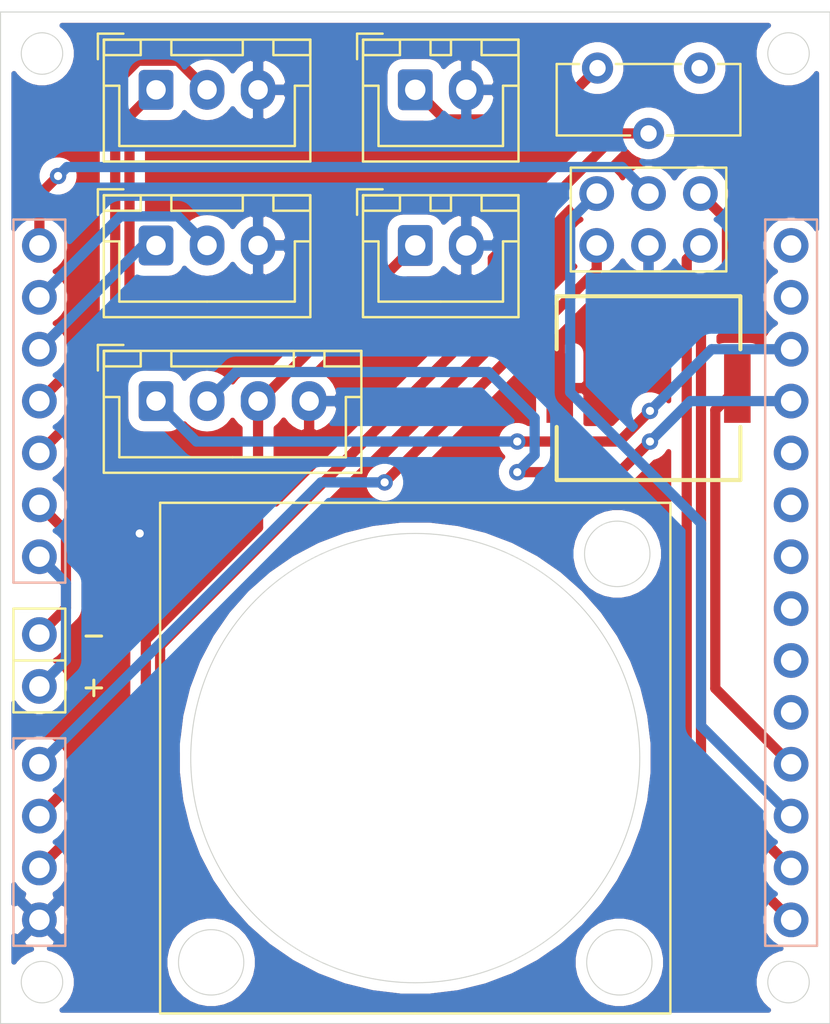
<source format=kicad_pcb>
(kicad_pcb (version 20171130) (host pcbnew "(5.1.10)-1")

  (general
    (thickness 1.6)
    (drawings 40)
    (tracks 81)
    (zones 0)
    (modules 12)
    (nets 19)
  )

  (page A4)
  (layers
    (0 F.Cu signal)
    (31 B.Cu signal)
    (32 B.Adhes user)
    (33 F.Adhes user)
    (34 B.Paste user)
    (35 F.Paste user)
    (36 B.SilkS user)
    (37 F.SilkS user)
    (38 B.Mask user)
    (39 F.Mask user)
    (40 Dwgs.User user)
    (41 Cmts.User user)
    (42 Eco1.User user)
    (43 Eco2.User user)
    (44 Edge.Cuts user)
    (45 Margin user)
    (46 B.CrtYd user hide)
    (47 F.CrtYd user hide)
    (48 B.Fab user hide)
    (49 F.Fab user hide)
  )

  (setup
    (last_trace_width 0.25)
    (user_trace_width 0.5)
    (trace_clearance 0.2)
    (zone_clearance 0.508)
    (zone_45_only no)
    (trace_min 0.2)
    (via_size 0.8)
    (via_drill 0.4)
    (via_min_size 0.4)
    (via_min_drill 0.3)
    (uvia_size 0.3)
    (uvia_drill 0.1)
    (uvias_allowed no)
    (uvia_min_size 0.2)
    (uvia_min_drill 0.1)
    (edge_width 0.05)
    (segment_width 0.2)
    (pcb_text_width 0.3)
    (pcb_text_size 1.5 1.5)
    (mod_edge_width 0.12)
    (mod_text_size 1 1)
    (mod_text_width 0.15)
    (pad_size 1.7 1.7)
    (pad_drill 1)
    (pad_to_mask_clearance 0)
    (aux_axis_origin 130.81 121.92)
    (grid_origin 130.81 121.92)
    (visible_elements 7FFFFFFF)
    (pcbplotparams
      (layerselection 0x010f0_ffffffff)
      (usegerberextensions true)
      (usegerberattributes false)
      (usegerberadvancedattributes false)
      (creategerberjobfile false)
      (excludeedgelayer true)
      (linewidth 0.100000)
      (plotframeref false)
      (viasonmask false)
      (mode 1)
      (useauxorigin true)
      (hpglpennumber 1)
      (hpglpenspeed 20)
      (hpglpendiameter 15.000000)
      (psnegative false)
      (psa4output false)
      (plotreference true)
      (plotvalue true)
      (plotinvisibletext false)
      (padsonsilk false)
      (subtractmaskfromsilk true)
      (outputformat 1)
      (mirror false)
      (drillshape 0)
      (scaleselection 1)
      (outputdirectory "C:/Users/Mitsuyoshi Sugaya/Desktop/1/"))
  )

  (net 0 "")
  (net 1 A2)
  (net 2 A3)
  (net 3 D10)
  (net 4 D11)
  (net 5 D12)
  (net 6 D13)
  (net 7 RESET)
  (net 8 RX)
  (net 9 TX)
  (net 10 SCL)
  (net 11 SDA)
  (net 12 MO1)
  (net 13 MO2)
  (net 14 GND)
  (net 15 VCC)
  (net 16 5VD)
  (net 17 5V_USBSERIAL)
  (net 18 "Net-(J6-Pad1)")

  (net_class Default "This is the default net class."
    (clearance 0.2)
    (trace_width 0.25)
    (via_dia 0.8)
    (via_drill 0.4)
    (uvia_dia 0.3)
    (uvia_drill 0.1)
    (add_net 5VD)
    (add_net 5V_USBSERIAL)
    (add_net A2)
    (add_net A3)
    (add_net D10)
    (add_net D11)
    (add_net D12)
    (add_net D13)
    (add_net GND)
    (add_net MO1)
    (add_net MO2)
    (add_net "Net-(J6-Pad1)")
    (add_net RESET)
    (add_net RX)
    (add_net SCL)
    (add_net SDA)
    (add_net TX)
    (add_net VCC)
  )

  (module Connector_PinHeader_2.54mm:PinHeader_2x03_P2.54mm_Vertical (layer F.Cu) (tedit 610F95DD) (tstamp 610FE2FE)
    (at 165.1 81.28 270)
    (descr "Through hole straight pin header, 2x03, 2.54mm pitch, double rows")
    (tags "Through hole pin header THT 2x03 2.54mm double row")
    (path /61129629)
    (fp_text reference J10 (at 1.27 -2.33 270) (layer Cmts.User)
      (effects (font (size 1 1) (thickness 0.15)))
    )
    (fp_text value Conn_02x03_Counter_Clockwise (at 1.27 7.41 270) (layer F.Fab)
      (effects (font (size 1 1) (thickness 0.15)))
    )
    (fp_line (start 0 -1.27) (end 3.81 -1.27) (layer F.Fab) (width 0.1))
    (fp_line (start 3.81 -1.27) (end 3.81 6.35) (layer F.Fab) (width 0.1))
    (fp_line (start 3.81 6.35) (end -1.27 6.35) (layer F.Fab) (width 0.1))
    (fp_line (start -1.27 6.35) (end -1.27 0) (layer F.Fab) (width 0.1))
    (fp_line (start -1.27 0) (end 0 -1.27) (layer F.Fab) (width 0.1))
    (fp_line (start -1.8 -1.8) (end -1.8 6.85) (layer F.CrtYd) (width 0.05))
    (fp_line (start -1.8 6.85) (end 4.35 6.85) (layer F.CrtYd) (width 0.05))
    (fp_line (start 4.35 6.85) (end 4.35 -1.8) (layer F.CrtYd) (width 0.05))
    (fp_line (start 4.35 -1.8) (end -1.8 -1.8) (layer F.CrtYd) (width 0.05))
    (fp_text user %R (at 1.27 2.54) (layer F.Fab)
      (effects (font (size 1 1) (thickness 0.15)))
    )
    (pad 1 thru_hole circle (at 0 0 270) (size 1.7 1.7) (drill 1) (layers *.Cu *.Mask)
      (net 5 D12))
    (pad 2 thru_hole oval (at 2.54 0 270) (size 1.7 1.7) (drill 1) (layers *.Cu *.Mask)
      (net 6 D13))
    (pad 3 thru_hole oval (at 0 2.54 270) (size 1.7 1.7) (drill 1) (layers *.Cu *.Mask)
      (net 7 RESET))
    (pad 4 thru_hole oval (at 2.54 2.54 270) (size 1.7 1.7) (drill 1) (layers *.Cu *.Mask)
      (net 14 GND))
    (pad 5 thru_hole oval (at 0 5.08 270) (size 1.7 1.7) (drill 1) (layers *.Cu *.Mask)
      (net 4 D11))
    (pad 6 thru_hole oval (at 2.54 5.08 270) (size 1.7 1.7) (drill 1) (layers *.Cu *.Mask)
      (net 17 5V_USBSERIAL))
    (model ${KISYS3DMOD}/Connector_PinHeader_2.54mm.3dshapes/PinHeader_2x03_P2.54mm_Vertical.wrl
      (at (xyz 0 0 0))
      (scale (xyz 1 1 1))
      (rotate (xyz 0 0 0))
    )
  )

  (module Connector_PinSocket_2.54mm:PinSocket_1x14_P2.54mm_Vertical (layer B.Cu) (tedit 610F950A) (tstamp 610FE1B5)
    (at 169.545 83.82 180)
    (descr "Through hole straight socket strip, 1x14, 2.54mm pitch, single row (from Kicad 4.0.7), script generated")
    (tags "Through hole socket strip THT 1x14 2.54mm single row")
    (path /610F3FB6)
    (fp_text reference J1 (at 0 2.77 180) (layer Cmts.User)
      (effects (font (size 1 1) (thickness 0.15)))
    )
    (fp_text value Conn_01x14_Male (at 0 -35.79 180) (layer B.Fab)
      (effects (font (size 1 1) (thickness 0.15)) (justify mirror))
    )
    (fp_line (start -1.27 1.27) (end 0.635 1.27) (layer B.Fab) (width 0.1))
    (fp_line (start 0.635 1.27) (end 1.27 0.635) (layer B.Fab) (width 0.1))
    (fp_line (start 1.27 0.635) (end 1.27 -34.29) (layer B.Fab) (width 0.1))
    (fp_line (start 1.27 -34.29) (end -1.27 -34.29) (layer B.Fab) (width 0.1))
    (fp_line (start -1.27 -34.29) (end -1.27 1.27) (layer B.Fab) (width 0.1))
    (fp_line (start -1.8 1.8) (end 1.75 1.8) (layer B.CrtYd) (width 0.05))
    (fp_line (start 1.75 1.8) (end 1.75 -34.8) (layer B.CrtYd) (width 0.05))
    (fp_line (start 1.75 -34.8) (end -1.8 -34.8) (layer B.CrtYd) (width 0.05))
    (fp_line (start -1.8 -34.8) (end -1.8 1.8) (layer B.CrtYd) (width 0.05))
    (fp_text user %R (at 0 -15.875 90) (layer B.Fab)
      (effects (font (size 1 1) (thickness 0.15)) (justify mirror))
    )
    (pad 1 thru_hole circle (at 0 0 180) (size 1.7 1.7) (drill 1) (layers *.Cu *.Mask))
    (pad 2 thru_hole oval (at 0 -2.54 180) (size 1.7 1.7) (drill 1) (layers *.Cu *.Mask))
    (pad 3 thru_hole oval (at 0 -5.08 180) (size 1.7 1.7) (drill 1) (layers *.Cu *.Mask)
      (net 1 A2))
    (pad 4 thru_hole oval (at 0 -7.62 180) (size 1.7 1.7) (drill 1) (layers *.Cu *.Mask)
      (net 2 A3))
    (pad 5 thru_hole oval (at 0 -10.16 180) (size 1.7 1.7) (drill 1) (layers *.Cu *.Mask))
    (pad 6 thru_hole oval (at 0 -12.7 180) (size 1.7 1.7) (drill 1) (layers *.Cu *.Mask))
    (pad 7 thru_hole oval (at 0 -15.24 180) (size 1.7 1.7) (drill 1) (layers *.Cu *.Mask))
    (pad 8 thru_hole oval (at 0 -17.78 180) (size 1.7 1.7) (drill 1) (layers *.Cu *.Mask))
    (pad 9 thru_hole oval (at 0 -20.32 180) (size 1.7 1.7) (drill 1) (layers *.Cu *.Mask))
    (pad 10 thru_hole oval (at 0 -22.86 180) (size 1.7 1.7) (drill 1) (layers *.Cu *.Mask))
    (pad 11 thru_hole oval (at 0 -25.4 180) (size 1.7 1.7) (drill 1) (layers *.Cu *.Mask)
      (net 3 D10))
    (pad 12 thru_hole oval (at 0 -27.94 180) (size 1.7 1.7) (drill 1) (layers *.Cu *.Mask)
      (net 4 D11))
    (pad 13 thru_hole oval (at 0 -30.48 180) (size 1.7 1.7) (drill 1) (layers *.Cu *.Mask)
      (net 5 D12))
    (pad 14 thru_hole oval (at 0 -33.02 180) (size 1.7 1.7) (drill 1) (layers *.Cu *.Mask)
      (net 6 D13))
    (model ${KISYS3DMOD}/Connector_PinSocket_2.54mm.3dshapes/PinSocket_1x14_P2.54mm_Vertical.wrl
      (at (xyz 0 0 0))
      (scale (xyz 1 1 1))
      (rotate (xyz 0 0 0))
    )
  )

  (module Connector_PinSocket_2.54mm:PinSocket_1x04_P2.54mm_Vertical (layer B.Cu) (tedit 610F94E3) (tstamp 610FE1E8)
    (at 132.715 116.84)
    (descr "Through hole straight socket strip, 1x04, 2.54mm pitch, single row (from Kicad 4.0.7), script generated")
    (tags "Through hole socket strip THT 1x04 2.54mm single row")
    (path /610F94B0)
    (fp_text reference J3 (at 0 2.77) (layer Cmts.User)
      (effects (font (size 1 1) (thickness 0.15)))
    )
    (fp_text value Conn_01x04_Male (at 0 -10.39) (layer B.Fab)
      (effects (font (size 1 1) (thickness 0.15)) (justify mirror))
    )
    (fp_line (start -1.27 1.27) (end 0.635 1.27) (layer B.Fab) (width 0.1))
    (fp_line (start 0.635 1.27) (end 1.27 0.635) (layer B.Fab) (width 0.1))
    (fp_line (start 1.27 0.635) (end 1.27 -8.89) (layer B.Fab) (width 0.1))
    (fp_line (start 1.27 -8.89) (end -1.27 -8.89) (layer B.Fab) (width 0.1))
    (fp_line (start -1.27 -8.89) (end -1.27 1.27) (layer B.Fab) (width 0.1))
    (fp_line (start -1.8 1.8) (end 1.75 1.8) (layer B.CrtYd) (width 0.05))
    (fp_line (start 1.75 1.8) (end 1.75 -9.4) (layer B.CrtYd) (width 0.05))
    (fp_line (start 1.75 -9.4) (end -1.8 -9.4) (layer B.CrtYd) (width 0.05))
    (fp_line (start -1.8 -9.4) (end -1.8 1.8) (layer B.CrtYd) (width 0.05))
    (fp_text user %R (at 0 -3.81 -90) (layer B.Fab)
      (effects (font (size 1 1) (thickness 0.15)) (justify mirror))
    )
    (pad 1 thru_hole circle (at 0 0) (size 1.7 1.7) (drill 1) (layers *.Cu *.Mask)
      (net 14 GND))
    (pad 2 thru_hole oval (at 0 -2.54) (size 1.7 1.7) (drill 1) (layers *.Cu *.Mask)
      (net 15 VCC))
    (pad 3 thru_hole oval (at 0 -5.08) (size 1.7 1.7) (drill 1) (layers *.Cu *.Mask)
      (net 16 5VD))
    (pad 4 thru_hole oval (at 0 -7.62) (size 1.7 1.7) (drill 1) (layers *.Cu *.Mask)
      (net 17 5V_USBSERIAL))
    (model ${KISYS3DMOD}/Connector_PinSocket_2.54mm.3dshapes/PinSocket_1x04_P2.54mm_Vertical.wrl
      (at (xyz 0 0 0))
      (scale (xyz 1 1 1))
      (rotate (xyz 0 0 0))
    )
  )

  (module Connector_PinSocket_2.54mm:PinSocket_1x07_P2.54mm_Vertical (layer B.Cu) (tedit 610F94B9) (tstamp 610FE1D0)
    (at 132.715 83.82 180)
    (descr "Through hole straight socket strip, 1x07, 2.54mm pitch, single row (from Kicad 4.0.7), script generated")
    (tags "Through hole socket strip THT 1x07 2.54mm single row")
    (path /610F6141)
    (fp_text reference J2 (at 0 2.77 180) (layer Cmts.User)
      (effects (font (size 1 1) (thickness 0.15)))
    )
    (fp_text value Conn_01x07_Male (at 0 -18.01 180) (layer B.Fab)
      (effects (font (size 1 1) (thickness 0.15)) (justify mirror))
    )
    (fp_line (start -1.27 1.27) (end 0.635 1.27) (layer B.Fab) (width 0.1))
    (fp_line (start 0.635 1.27) (end 1.27 0.635) (layer B.Fab) (width 0.1))
    (fp_line (start 1.27 0.635) (end 1.27 -16.51) (layer B.Fab) (width 0.1))
    (fp_line (start 1.27 -16.51) (end -1.27 -16.51) (layer B.Fab) (width 0.1))
    (fp_line (start -1.27 -16.51) (end -1.27 1.27) (layer B.Fab) (width 0.1))
    (fp_line (start -1.8 1.8) (end 1.75 1.8) (layer B.CrtYd) (width 0.05))
    (fp_line (start 1.75 1.8) (end 1.75 -17) (layer B.CrtYd) (width 0.05))
    (fp_line (start 1.75 -17) (end -1.8 -17) (layer B.CrtYd) (width 0.05))
    (fp_line (start -1.8 -17) (end -1.8 1.8) (layer B.CrtYd) (width 0.05))
    (fp_text user %R (at 0 -7.62 90) (layer B.Fab)
      (effects (font (size 1 1) (thickness 0.15)) (justify mirror))
    )
    (pad 1 thru_hole circle (at 0 0 180) (size 1.7 1.7) (drill 1) (layers *.Cu *.Mask)
      (net 7 RESET))
    (pad 2 thru_hole oval (at 0 -2.54 180) (size 1.7 1.7) (drill 1) (layers *.Cu *.Mask)
      (net 8 RX))
    (pad 3 thru_hole oval (at 0 -5.08 180) (size 1.7 1.7) (drill 1) (layers *.Cu *.Mask)
      (net 9 TX))
    (pad 4 thru_hole oval (at 0 -7.62 180) (size 1.7 1.7) (drill 1) (layers *.Cu *.Mask)
      (net 10 SCL))
    (pad 5 thru_hole oval (at 0 -10.16 180) (size 1.7 1.7) (drill 1) (layers *.Cu *.Mask)
      (net 11 SDA))
    (pad 6 thru_hole oval (at 0 -12.7 180) (size 1.7 1.7) (drill 1) (layers *.Cu *.Mask)
      (net 12 MO1))
    (pad 7 thru_hole oval (at 0 -15.24 180) (size 1.7 1.7) (drill 1) (layers *.Cu *.Mask)
      (net 13 MO2))
    (model ${KISYS3DMOD}/Connector_PinSocket_2.54mm.3dshapes/PinSocket_1x07_P2.54mm_Vertical.wrl
      (at (xyz 0 0 0))
      (scale (xyz 1 1 1))
      (rotate (xyz 0 0 0))
    )
  )

  (module Connector_PinHeader_2.54mm:PinHeader_1x02_P2.54mm_Vertical (layer F.Cu) (tedit 610F9496) (tstamp 610FF0D4)
    (at 132.715 102.87)
    (descr "Through hole straight pin header, 1x02, 2.54mm pitch, single row")
    (tags "Through hole pin header THT 1x02 2.54mm single row")
    (path /610F92C7)
    (fp_text reference J7 (at 0 -2.33) (layer Cmts.User)
      (effects (font (size 1 1) (thickness 0.15)))
    )
    (fp_text value Conn_01x02_Female (at 0 4.87) (layer F.Fab)
      (effects (font (size 1 1) (thickness 0.15)))
    )
    (fp_line (start -0.635 -1.27) (end 1.27 -1.27) (layer F.Fab) (width 0.1))
    (fp_line (start 1.27 -1.27) (end 1.27 3.81) (layer F.Fab) (width 0.1))
    (fp_line (start 1.27 3.81) (end -1.27 3.81) (layer F.Fab) (width 0.1))
    (fp_line (start -1.27 3.81) (end -1.27 -0.635) (layer F.Fab) (width 0.1))
    (fp_line (start -1.27 -0.635) (end -0.635 -1.27) (layer F.Fab) (width 0.1))
    (fp_line (start -1.8 -1.8) (end -1.8 4.35) (layer F.CrtYd) (width 0.05))
    (fp_line (start -1.8 4.35) (end 1.8 4.35) (layer F.CrtYd) (width 0.05))
    (fp_line (start 1.8 4.35) (end 1.8 -1.8) (layer F.CrtYd) (width 0.05))
    (fp_line (start 1.8 -1.8) (end -1.8 -1.8) (layer F.CrtYd) (width 0.05))
    (fp_text user %R (at 0 2 90) (layer F.Fab)
      (effects (font (size 1 1) (thickness 0.15)))
    )
    (pad 1 thru_hole circle (at 0 0) (size 1.7 1.7) (drill 1) (layers *.Cu *.Mask)
      (net 12 MO1))
    (pad 2 thru_hole oval (at 0 2.54) (size 1.7 1.7) (drill 1) (layers *.Cu *.Mask)
      (net 13 MO2))
    (model ${KISYS3DMOD}/Connector_PinHeader_2.54mm.3dshapes/PinHeader_1x02_P2.54mm_Vertical.wrl
      (at (xyz 0 0 0))
      (scale (xyz 1 1 1))
      (rotate (xyz 0 0 0))
    )
  )

  (module Connector_JST:JST_XH_B3B-XH-A_1x03_P2.50mm_Vertical (layer F.Cu) (tedit 5C28146C) (tstamp 610FE212)
    (at 138.43 76.2)
    (descr "JST XH series connector, B3B-XH-A (http://www.jst-mfg.com/product/pdf/eng/eXH.pdf), generated with kicad-footprint-generator")
    (tags "connector JST XH vertical")
    (path /610FAF58)
    (fp_text reference J4 (at 2.5 -3.55) (layer Cmts.User)
      (effects (font (size 1 1) (thickness 0.15)))
    )
    (fp_text value Conn_01x03_Female (at 2.5 4.6) (layer F.Fab)
      (effects (font (size 1 1) (thickness 0.15)))
    )
    (fp_line (start -2.85 -2.75) (end -2.85 -1.5) (layer F.SilkS) (width 0.12))
    (fp_line (start -1.6 -2.75) (end -2.85 -2.75) (layer F.SilkS) (width 0.12))
    (fp_line (start 6.8 2.75) (end 2.5 2.75) (layer F.SilkS) (width 0.12))
    (fp_line (start 6.8 -0.2) (end 6.8 2.75) (layer F.SilkS) (width 0.12))
    (fp_line (start 7.55 -0.2) (end 6.8 -0.2) (layer F.SilkS) (width 0.12))
    (fp_line (start -1.8 2.75) (end 2.5 2.75) (layer F.SilkS) (width 0.12))
    (fp_line (start -1.8 -0.2) (end -1.8 2.75) (layer F.SilkS) (width 0.12))
    (fp_line (start -2.55 -0.2) (end -1.8 -0.2) (layer F.SilkS) (width 0.12))
    (fp_line (start 7.55 -2.45) (end 5.75 -2.45) (layer F.SilkS) (width 0.12))
    (fp_line (start 7.55 -1.7) (end 7.55 -2.45) (layer F.SilkS) (width 0.12))
    (fp_line (start 5.75 -1.7) (end 7.55 -1.7) (layer F.SilkS) (width 0.12))
    (fp_line (start 5.75 -2.45) (end 5.75 -1.7) (layer F.SilkS) (width 0.12))
    (fp_line (start -0.75 -2.45) (end -2.55 -2.45) (layer F.SilkS) (width 0.12))
    (fp_line (start -0.75 -1.7) (end -0.75 -2.45) (layer F.SilkS) (width 0.12))
    (fp_line (start -2.55 -1.7) (end -0.75 -1.7) (layer F.SilkS) (width 0.12))
    (fp_line (start -2.55 -2.45) (end -2.55 -1.7) (layer F.SilkS) (width 0.12))
    (fp_line (start 4.25 -2.45) (end 0.75 -2.45) (layer F.SilkS) (width 0.12))
    (fp_line (start 4.25 -1.7) (end 4.25 -2.45) (layer F.SilkS) (width 0.12))
    (fp_line (start 0.75 -1.7) (end 4.25 -1.7) (layer F.SilkS) (width 0.12))
    (fp_line (start 0.75 -2.45) (end 0.75 -1.7) (layer F.SilkS) (width 0.12))
    (fp_line (start 0 -1.35) (end 0.625 -2.35) (layer F.Fab) (width 0.1))
    (fp_line (start -0.625 -2.35) (end 0 -1.35) (layer F.Fab) (width 0.1))
    (fp_line (start 7.95 -2.85) (end -2.95 -2.85) (layer F.CrtYd) (width 0.05))
    (fp_line (start 7.95 3.9) (end 7.95 -2.85) (layer F.CrtYd) (width 0.05))
    (fp_line (start -2.95 3.9) (end 7.95 3.9) (layer F.CrtYd) (width 0.05))
    (fp_line (start -2.95 -2.85) (end -2.95 3.9) (layer F.CrtYd) (width 0.05))
    (fp_line (start 7.56 -2.46) (end -2.56 -2.46) (layer F.SilkS) (width 0.12))
    (fp_line (start 7.56 3.51) (end 7.56 -2.46) (layer F.SilkS) (width 0.12))
    (fp_line (start -2.56 3.51) (end 7.56 3.51) (layer F.SilkS) (width 0.12))
    (fp_line (start -2.56 -2.46) (end -2.56 3.51) (layer F.SilkS) (width 0.12))
    (fp_line (start 7.45 -2.35) (end -2.45 -2.35) (layer F.Fab) (width 0.1))
    (fp_line (start 7.45 3.4) (end 7.45 -2.35) (layer F.Fab) (width 0.1))
    (fp_line (start -2.45 3.4) (end 7.45 3.4) (layer F.Fab) (width 0.1))
    (fp_line (start -2.45 -2.35) (end -2.45 3.4) (layer F.Fab) (width 0.1))
    (fp_text user %R (at 2.5 2.7) (layer F.Fab)
      (effects (font (size 1 1) (thickness 0.15)))
    )
    (pad 3 thru_hole oval (at 5 0) (size 1.7 1.95) (drill 0.95) (layers *.Cu *.Mask)
      (net 14 GND))
    (pad 2 thru_hole oval (at 2.5 0) (size 1.7 1.95) (drill 0.95) (layers *.Cu *.Mask)
      (net 10 SCL))
    (pad 1 thru_hole roundrect (at 0 0) (size 1.7 1.95) (drill 0.95) (layers *.Cu *.Mask) (roundrect_rratio 0.1470588235294118)
      (net 11 SDA))
    (model ${KISYS3DMOD}/Connector_JST.3dshapes/JST_XH_B3B-XH-A_1x03_P2.50mm_Vertical.wrl
      (at (xyz 0 0 0))
      (scale (xyz 1 1 1))
      (rotate (xyz 0 0 0))
    )
  )

  (module Connector_JST:JST_XH_B3B-XH-A_1x03_P2.50mm_Vertical (layer F.Cu) (tedit 5C28146C) (tstamp 610FE23C)
    (at 138.43 83.82)
    (descr "JST XH series connector, B3B-XH-A (http://www.jst-mfg.com/product/pdf/eng/eXH.pdf), generated with kicad-footprint-generator")
    (tags "connector JST XH vertical")
    (path /610F9D1D)
    (fp_text reference J5 (at 2.5 -3.55) (layer Cmts.User)
      (effects (font (size 1 1) (thickness 0.15)))
    )
    (fp_text value Conn_01x03_Female (at 2.5 4.6) (layer F.Fab)
      (effects (font (size 1 1) (thickness 0.15)))
    )
    (fp_line (start -2.45 -2.35) (end -2.45 3.4) (layer F.Fab) (width 0.1))
    (fp_line (start -2.45 3.4) (end 7.45 3.4) (layer F.Fab) (width 0.1))
    (fp_line (start 7.45 3.4) (end 7.45 -2.35) (layer F.Fab) (width 0.1))
    (fp_line (start 7.45 -2.35) (end -2.45 -2.35) (layer F.Fab) (width 0.1))
    (fp_line (start -2.56 -2.46) (end -2.56 3.51) (layer F.SilkS) (width 0.12))
    (fp_line (start -2.56 3.51) (end 7.56 3.51) (layer F.SilkS) (width 0.12))
    (fp_line (start 7.56 3.51) (end 7.56 -2.46) (layer F.SilkS) (width 0.12))
    (fp_line (start 7.56 -2.46) (end -2.56 -2.46) (layer F.SilkS) (width 0.12))
    (fp_line (start -2.95 -2.85) (end -2.95 3.9) (layer F.CrtYd) (width 0.05))
    (fp_line (start -2.95 3.9) (end 7.95 3.9) (layer F.CrtYd) (width 0.05))
    (fp_line (start 7.95 3.9) (end 7.95 -2.85) (layer F.CrtYd) (width 0.05))
    (fp_line (start 7.95 -2.85) (end -2.95 -2.85) (layer F.CrtYd) (width 0.05))
    (fp_line (start -0.625 -2.35) (end 0 -1.35) (layer F.Fab) (width 0.1))
    (fp_line (start 0 -1.35) (end 0.625 -2.35) (layer F.Fab) (width 0.1))
    (fp_line (start 0.75 -2.45) (end 0.75 -1.7) (layer F.SilkS) (width 0.12))
    (fp_line (start 0.75 -1.7) (end 4.25 -1.7) (layer F.SilkS) (width 0.12))
    (fp_line (start 4.25 -1.7) (end 4.25 -2.45) (layer F.SilkS) (width 0.12))
    (fp_line (start 4.25 -2.45) (end 0.75 -2.45) (layer F.SilkS) (width 0.12))
    (fp_line (start -2.55 -2.45) (end -2.55 -1.7) (layer F.SilkS) (width 0.12))
    (fp_line (start -2.55 -1.7) (end -0.75 -1.7) (layer F.SilkS) (width 0.12))
    (fp_line (start -0.75 -1.7) (end -0.75 -2.45) (layer F.SilkS) (width 0.12))
    (fp_line (start -0.75 -2.45) (end -2.55 -2.45) (layer F.SilkS) (width 0.12))
    (fp_line (start 5.75 -2.45) (end 5.75 -1.7) (layer F.SilkS) (width 0.12))
    (fp_line (start 5.75 -1.7) (end 7.55 -1.7) (layer F.SilkS) (width 0.12))
    (fp_line (start 7.55 -1.7) (end 7.55 -2.45) (layer F.SilkS) (width 0.12))
    (fp_line (start 7.55 -2.45) (end 5.75 -2.45) (layer F.SilkS) (width 0.12))
    (fp_line (start -2.55 -0.2) (end -1.8 -0.2) (layer F.SilkS) (width 0.12))
    (fp_line (start -1.8 -0.2) (end -1.8 2.75) (layer F.SilkS) (width 0.12))
    (fp_line (start -1.8 2.75) (end 2.5 2.75) (layer F.SilkS) (width 0.12))
    (fp_line (start 7.55 -0.2) (end 6.8 -0.2) (layer F.SilkS) (width 0.12))
    (fp_line (start 6.8 -0.2) (end 6.8 2.75) (layer F.SilkS) (width 0.12))
    (fp_line (start 6.8 2.75) (end 2.5 2.75) (layer F.SilkS) (width 0.12))
    (fp_line (start -1.6 -2.75) (end -2.85 -2.75) (layer F.SilkS) (width 0.12))
    (fp_line (start -2.85 -2.75) (end -2.85 -1.5) (layer F.SilkS) (width 0.12))
    (fp_text user %R (at 2.54 2.54) (layer F.Fab)
      (effects (font (size 1 1) (thickness 0.15)))
    )
    (pad 1 thru_hole roundrect (at 0 0) (size 1.7 1.95) (drill 0.95) (layers *.Cu *.Mask) (roundrect_rratio 0.1470588235294118)
      (net 9 TX))
    (pad 2 thru_hole oval (at 2.5 0) (size 1.7 1.95) (drill 0.95) (layers *.Cu *.Mask)
      (net 8 RX))
    (pad 3 thru_hole oval (at 5 0) (size 1.7 1.95) (drill 0.95) (layers *.Cu *.Mask)
      (net 14 GND))
    (model ${KISYS3DMOD}/Connector_JST.3dshapes/JST_XH_B3B-XH-A_1x03_P2.50mm_Vertical.wrl
      (at (xyz 0 0 0))
      (scale (xyz 1 1 1))
      (rotate (xyz 0 0 0))
    )
  )

  (module Connector_JST:JST_XH_B2B-XH-A_1x02_P2.50mm_Vertical (layer F.Cu) (tedit 5C28146C) (tstamp 610FE265)
    (at 151.13 76.2)
    (descr "JST XH series connector, B2B-XH-A (http://www.jst-mfg.com/product/pdf/eng/eXH.pdf), generated with kicad-footprint-generator")
    (tags "connector JST XH vertical")
    (path /610F7064)
    (fp_text reference J6 (at 1.25 -3.55) (layer Cmts.User)
      (effects (font (size 1 1) (thickness 0.15)))
    )
    (fp_text value Conn_01x02_Female (at 1.25 4.6) (layer F.Fab)
      (effects (font (size 1 1) (thickness 0.15)))
    )
    (fp_line (start -2.45 -2.35) (end -2.45 3.4) (layer F.Fab) (width 0.1))
    (fp_line (start -2.45 3.4) (end 4.95 3.4) (layer F.Fab) (width 0.1))
    (fp_line (start 4.95 3.4) (end 4.95 -2.35) (layer F.Fab) (width 0.1))
    (fp_line (start 4.95 -2.35) (end -2.45 -2.35) (layer F.Fab) (width 0.1))
    (fp_line (start -2.56 -2.46) (end -2.56 3.51) (layer F.SilkS) (width 0.12))
    (fp_line (start -2.56 3.51) (end 5.06 3.51) (layer F.SilkS) (width 0.12))
    (fp_line (start 5.06 3.51) (end 5.06 -2.46) (layer F.SilkS) (width 0.12))
    (fp_line (start 5.06 -2.46) (end -2.56 -2.46) (layer F.SilkS) (width 0.12))
    (fp_line (start -2.95 -2.85) (end -2.95 3.9) (layer F.CrtYd) (width 0.05))
    (fp_line (start -2.95 3.9) (end 5.45 3.9) (layer F.CrtYd) (width 0.05))
    (fp_line (start 5.45 3.9) (end 5.45 -2.85) (layer F.CrtYd) (width 0.05))
    (fp_line (start 5.45 -2.85) (end -2.95 -2.85) (layer F.CrtYd) (width 0.05))
    (fp_line (start -0.625 -2.35) (end 0 -1.35) (layer F.Fab) (width 0.1))
    (fp_line (start 0 -1.35) (end 0.625 -2.35) (layer F.Fab) (width 0.1))
    (fp_line (start 0.75 -2.45) (end 0.75 -1.7) (layer F.SilkS) (width 0.12))
    (fp_line (start 0.75 -1.7) (end 1.75 -1.7) (layer F.SilkS) (width 0.12))
    (fp_line (start 1.75 -1.7) (end 1.75 -2.45) (layer F.SilkS) (width 0.12))
    (fp_line (start 1.75 -2.45) (end 0.75 -2.45) (layer F.SilkS) (width 0.12))
    (fp_line (start -2.55 -2.45) (end -2.55 -1.7) (layer F.SilkS) (width 0.12))
    (fp_line (start -2.55 -1.7) (end -0.75 -1.7) (layer F.SilkS) (width 0.12))
    (fp_line (start -0.75 -1.7) (end -0.75 -2.45) (layer F.SilkS) (width 0.12))
    (fp_line (start -0.75 -2.45) (end -2.55 -2.45) (layer F.SilkS) (width 0.12))
    (fp_line (start 3.25 -2.45) (end 3.25 -1.7) (layer F.SilkS) (width 0.12))
    (fp_line (start 3.25 -1.7) (end 5.05 -1.7) (layer F.SilkS) (width 0.12))
    (fp_line (start 5.05 -1.7) (end 5.05 -2.45) (layer F.SilkS) (width 0.12))
    (fp_line (start 5.05 -2.45) (end 3.25 -2.45) (layer F.SilkS) (width 0.12))
    (fp_line (start -2.55 -0.2) (end -1.8 -0.2) (layer F.SilkS) (width 0.12))
    (fp_line (start -1.8 -0.2) (end -1.8 2.75) (layer F.SilkS) (width 0.12))
    (fp_line (start -1.8 2.75) (end 1.25 2.75) (layer F.SilkS) (width 0.12))
    (fp_line (start 5.05 -0.2) (end 4.3 -0.2) (layer F.SilkS) (width 0.12))
    (fp_line (start 4.3 -0.2) (end 4.3 2.75) (layer F.SilkS) (width 0.12))
    (fp_line (start 4.3 2.75) (end 1.25 2.75) (layer F.SilkS) (width 0.12))
    (fp_line (start -1.6 -2.75) (end -2.85 -2.75) (layer F.SilkS) (width 0.12))
    (fp_line (start -2.85 -2.75) (end -2.85 -1.5) (layer F.SilkS) (width 0.12))
    (fp_text user %R (at 1.27 2.54) (layer F.Fab)
      (effects (font (size 1 1) (thickness 0.15)))
    )
    (pad 1 thru_hole roundrect (at 0 0) (size 1.7 2) (drill 1) (layers *.Cu *.Mask) (roundrect_rratio 0.1470588235294118)
      (net 18 "Net-(J6-Pad1)"))
    (pad 2 thru_hole oval (at 2.5 0) (size 1.7 2) (drill 1) (layers *.Cu *.Mask)
      (net 14 GND))
    (model ${KISYS3DMOD}/Connector_JST.3dshapes/JST_XH_B2B-XH-A_1x02_P2.50mm_Vertical.wrl
      (at (xyz 0 0 0))
      (scale (xyz 1 1 1))
      (rotate (xyz 0 0 0))
    )
  )

  (module Connector_JST:JST_XH_B2B-XH-A_1x02_P2.50mm_Vertical (layer F.Cu) (tedit 5C28146C) (tstamp 610FE2B7)
    (at 151.13 83.82)
    (descr "JST XH series connector, B2B-XH-A (http://www.jst-mfg.com/product/pdf/eng/eXH.pdf), generated with kicad-footprint-generator")
    (tags "connector JST XH vertical")
    (path /610FC0D7)
    (fp_text reference J8 (at 1.25 -3.55) (layer Cmts.User)
      (effects (font (size 1 1) (thickness 0.15)))
    )
    (fp_text value Conn_01x02_Female (at 1.25 4.6) (layer F.Fab)
      (effects (font (size 1 1) (thickness 0.15)))
    )
    (fp_line (start -2.45 -2.35) (end -2.45 3.4) (layer F.Fab) (width 0.1))
    (fp_line (start -2.45 3.4) (end 4.95 3.4) (layer F.Fab) (width 0.1))
    (fp_line (start 4.95 3.4) (end 4.95 -2.35) (layer F.Fab) (width 0.1))
    (fp_line (start 4.95 -2.35) (end -2.45 -2.35) (layer F.Fab) (width 0.1))
    (fp_line (start -2.56 -2.46) (end -2.56 3.51) (layer F.SilkS) (width 0.12))
    (fp_line (start -2.56 3.51) (end 5.06 3.51) (layer F.SilkS) (width 0.12))
    (fp_line (start 5.06 3.51) (end 5.06 -2.46) (layer F.SilkS) (width 0.12))
    (fp_line (start 5.06 -2.46) (end -2.56 -2.46) (layer F.SilkS) (width 0.12))
    (fp_line (start -2.95 -2.85) (end -2.95 3.9) (layer F.CrtYd) (width 0.05))
    (fp_line (start -2.95 3.9) (end 5.45 3.9) (layer F.CrtYd) (width 0.05))
    (fp_line (start 5.45 3.9) (end 5.45 -2.85) (layer F.CrtYd) (width 0.05))
    (fp_line (start 5.45 -2.85) (end -2.95 -2.85) (layer F.CrtYd) (width 0.05))
    (fp_line (start -0.625 -2.35) (end 0 -1.35) (layer F.Fab) (width 0.1))
    (fp_line (start 0 -1.35) (end 0.625 -2.35) (layer F.Fab) (width 0.1))
    (fp_line (start 0.75 -2.45) (end 0.75 -1.7) (layer F.SilkS) (width 0.12))
    (fp_line (start 0.75 -1.7) (end 1.75 -1.7) (layer F.SilkS) (width 0.12))
    (fp_line (start 1.75 -1.7) (end 1.75 -2.45) (layer F.SilkS) (width 0.12))
    (fp_line (start 1.75 -2.45) (end 0.75 -2.45) (layer F.SilkS) (width 0.12))
    (fp_line (start -2.55 -2.45) (end -2.55 -1.7) (layer F.SilkS) (width 0.12))
    (fp_line (start -2.55 -1.7) (end -0.75 -1.7) (layer F.SilkS) (width 0.12))
    (fp_line (start -0.75 -1.7) (end -0.75 -2.45) (layer F.SilkS) (width 0.12))
    (fp_line (start -0.75 -2.45) (end -2.55 -2.45) (layer F.SilkS) (width 0.12))
    (fp_line (start 3.25 -2.45) (end 3.25 -1.7) (layer F.SilkS) (width 0.12))
    (fp_line (start 3.25 -1.7) (end 5.05 -1.7) (layer F.SilkS) (width 0.12))
    (fp_line (start 5.05 -1.7) (end 5.05 -2.45) (layer F.SilkS) (width 0.12))
    (fp_line (start 5.05 -2.45) (end 3.25 -2.45) (layer F.SilkS) (width 0.12))
    (fp_line (start -2.55 -0.2) (end -1.8 -0.2) (layer F.SilkS) (width 0.12))
    (fp_line (start -1.8 -0.2) (end -1.8 2.75) (layer F.SilkS) (width 0.12))
    (fp_line (start -1.8 2.75) (end 1.25 2.75) (layer F.SilkS) (width 0.12))
    (fp_line (start 5.05 -0.2) (end 4.3 -0.2) (layer F.SilkS) (width 0.12))
    (fp_line (start 4.3 -0.2) (end 4.3 2.75) (layer F.SilkS) (width 0.12))
    (fp_line (start 4.3 2.75) (end 1.25 2.75) (layer F.SilkS) (width 0.12))
    (fp_line (start -1.6 -2.75) (end -2.85 -2.75) (layer F.SilkS) (width 0.12))
    (fp_line (start -2.85 -2.75) (end -2.85 -1.5) (layer F.SilkS) (width 0.12))
    (fp_text user %R (at 1.27 1.569999) (layer F.Fab)
      (effects (font (size 1 1) (thickness 0.15)))
    )
    (pad 1 thru_hole roundrect (at 0 0) (size 1.7 2) (drill 1) (layers *.Cu *.Mask) (roundrect_rratio 0.1470588235294118)
      (net 16 5VD))
    (pad 2 thru_hole oval (at 2.5 0) (size 1.7 2) (drill 1) (layers *.Cu *.Mask)
      (net 14 GND))
    (model ${KISYS3DMOD}/Connector_JST.3dshapes/JST_XH_B2B-XH-A_1x02_P2.50mm_Vertical.wrl
      (at (xyz 0 0 0))
      (scale (xyz 1 1 1))
      (rotate (xyz 0 0 0))
    )
  )

  (module Connector_JST:JST_XH_B4B-XH-A_1x04_P2.50mm_Vertical (layer F.Cu) (tedit 5C28146C) (tstamp 610FE2E2)
    (at 138.43 91.44)
    (descr "JST XH series connector, B4B-XH-A (http://www.jst-mfg.com/product/pdf/eng/eXH.pdf), generated with kicad-footprint-generator")
    (tags "connector JST XH vertical")
    (path /610FD22E)
    (fp_text reference J9 (at 3.75 -3.55) (layer Cmts.User)
      (effects (font (size 1 1) (thickness 0.15)))
    )
    (fp_text value Conn_01x04_Female (at 3.75 4.6) (layer F.Fab)
      (effects (font (size 1 1) (thickness 0.15)))
    )
    (fp_line (start -2.45 -2.35) (end -2.45 3.4) (layer F.Fab) (width 0.1))
    (fp_line (start -2.45 3.4) (end 9.95 3.4) (layer F.Fab) (width 0.1))
    (fp_line (start 9.95 3.4) (end 9.95 -2.35) (layer F.Fab) (width 0.1))
    (fp_line (start 9.95 -2.35) (end -2.45 -2.35) (layer F.Fab) (width 0.1))
    (fp_line (start -2.56 -2.46) (end -2.56 3.51) (layer F.SilkS) (width 0.12))
    (fp_line (start -2.56 3.51) (end 10.06 3.51) (layer F.SilkS) (width 0.12))
    (fp_line (start 10.06 3.51) (end 10.06 -2.46) (layer F.SilkS) (width 0.12))
    (fp_line (start 10.06 -2.46) (end -2.56 -2.46) (layer F.SilkS) (width 0.12))
    (fp_line (start -2.95 -2.85) (end -2.95 3.9) (layer F.CrtYd) (width 0.05))
    (fp_line (start -2.95 3.9) (end 10.45 3.9) (layer F.CrtYd) (width 0.05))
    (fp_line (start 10.45 3.9) (end 10.45 -2.85) (layer F.CrtYd) (width 0.05))
    (fp_line (start 10.45 -2.85) (end -2.95 -2.85) (layer F.CrtYd) (width 0.05))
    (fp_line (start -0.625 -2.35) (end 0 -1.35) (layer F.Fab) (width 0.1))
    (fp_line (start 0 -1.35) (end 0.625 -2.35) (layer F.Fab) (width 0.1))
    (fp_line (start 0.75 -2.45) (end 0.75 -1.7) (layer F.SilkS) (width 0.12))
    (fp_line (start 0.75 -1.7) (end 6.75 -1.7) (layer F.SilkS) (width 0.12))
    (fp_line (start 6.75 -1.7) (end 6.75 -2.45) (layer F.SilkS) (width 0.12))
    (fp_line (start 6.75 -2.45) (end 0.75 -2.45) (layer F.SilkS) (width 0.12))
    (fp_line (start -2.55 -2.45) (end -2.55 -1.7) (layer F.SilkS) (width 0.12))
    (fp_line (start -2.55 -1.7) (end -0.75 -1.7) (layer F.SilkS) (width 0.12))
    (fp_line (start -0.75 -1.7) (end -0.75 -2.45) (layer F.SilkS) (width 0.12))
    (fp_line (start -0.75 -2.45) (end -2.55 -2.45) (layer F.SilkS) (width 0.12))
    (fp_line (start 8.25 -2.45) (end 8.25 -1.7) (layer F.SilkS) (width 0.12))
    (fp_line (start 8.25 -1.7) (end 10.05 -1.7) (layer F.SilkS) (width 0.12))
    (fp_line (start 10.05 -1.7) (end 10.05 -2.45) (layer F.SilkS) (width 0.12))
    (fp_line (start 10.05 -2.45) (end 8.25 -2.45) (layer F.SilkS) (width 0.12))
    (fp_line (start -2.55 -0.2) (end -1.8 -0.2) (layer F.SilkS) (width 0.12))
    (fp_line (start -1.8 -0.2) (end -1.8 2.75) (layer F.SilkS) (width 0.12))
    (fp_line (start -1.8 2.75) (end 3.75 2.75) (layer F.SilkS) (width 0.12))
    (fp_line (start 10.05 -0.2) (end 9.3 -0.2) (layer F.SilkS) (width 0.12))
    (fp_line (start 9.3 -0.2) (end 9.3 2.75) (layer F.SilkS) (width 0.12))
    (fp_line (start 9.3 2.75) (end 3.75 2.75) (layer F.SilkS) (width 0.12))
    (fp_line (start -1.6 -2.75) (end -2.85 -2.75) (layer F.SilkS) (width 0.12))
    (fp_line (start -2.85 -2.75) (end -2.85 -1.5) (layer F.SilkS) (width 0.12))
    (fp_text user %R (at 3.75 2.7) (layer F.Fab)
      (effects (font (size 1 1) (thickness 0.15)))
    )
    (pad 1 thru_hole roundrect (at 0 0) (size 1.7 1.95) (drill 0.95) (layers *.Cu *.Mask) (roundrect_rratio 0.1470588235294118)
      (net 1 A2))
    (pad 2 thru_hole oval (at 2.5 0) (size 1.7 1.95) (drill 0.95) (layers *.Cu *.Mask)
      (net 2 A3))
    (pad 3 thru_hole oval (at 5 0) (size 1.7 1.95) (drill 0.95) (layers *.Cu *.Mask)
      (net 16 5VD))
    (pad 4 thru_hole oval (at 7.5 0) (size 1.7 1.95) (drill 0.95) (layers *.Cu *.Mask)
      (net 14 GND))
    (model ${KISYS3DMOD}/Connector_JST.3dshapes/JST_XH_B4B-XH-A_1x04_P2.50mm_Vertical.wrl
      (at (xyz 0 0 0))
      (scale (xyz 1 1 1))
      (rotate (xyz 0 0 0))
    )
  )

  (module SamacSys_Parts:PKMCS (layer F.Cu) (tedit 0) (tstamp 610FE30F)
    (at 162.56 90.805 180)
    (descr PKMCS)
    (tags "Loudspeaker or Buzzer")
    (path /610F96C1)
    (attr smd)
    (fp_text reference LS1 (at -0.349 -0.057) (layer Cmts.User)
      (effects (font (size 1.27 1.27) (thickness 0.254)))
    )
    (fp_text value PKMCS0909E4000-R1 (at -0.349 -0.057) (layer F.SilkS) hide
      (effects (font (size 1.27 1.27) (thickness 0.254)))
    )
    (fp_line (start -4.5 -4.5) (end 4.5 -4.5) (layer F.Fab) (width 0.2))
    (fp_line (start 4.5 -4.5) (end 4.5 4.5) (layer F.Fab) (width 0.2))
    (fp_line (start 4.5 4.5) (end -4.5 4.5) (layer F.Fab) (width 0.2))
    (fp_line (start -4.5 4.5) (end -4.5 -4.5) (layer F.Fab) (width 0.2))
    (fp_line (start -4.5 -4.5) (end 4.5 -4.5) (layer F.SilkS) (width 0.2))
    (fp_line (start 4.5 -4.5) (end 4.5 -1.9) (layer F.SilkS) (width 0.2))
    (fp_line (start 4.5 4.5) (end -4.5 4.5) (layer F.SilkS) (width 0.2))
    (fp_line (start -4.5 4.5) (end -4.5 1.9) (layer F.SilkS) (width 0.2))
    (fp_line (start 4.5 4.5) (end 4.5 1.9) (layer F.SilkS) (width 0.2))
    (fp_line (start -4.5 -4.5) (end -4.5 -1.9) (layer F.SilkS) (width 0.2))
    (fp_text user %R (at -0.349 -0.057) (layer F.Fab)
      (effects (font (size 1.27 1.27) (thickness 0.254)))
    )
    (pad 1 smd rect (at -4.35 0 180) (size 1.3 3.4) (layers F.Cu F.Paste F.Mask)
      (net 3 D10))
    (pad 2 smd rect (at 4.35 0 180) (size 1.3 3.4) (layers F.Cu F.Paste F.Mask)
      (net 14 GND))
    (model "C:\\Users\\Mitsuyoshi Sugaya\\Documents\\kicad\\SamacSys_Parts.3dshapes\\PKMCS0909E4000-R1.stp"
      (at (xyz 0 0 0))
      (scale (xyz 1 1 1))
      (rotate (xyz 0 0 0))
    )
  )

  (module "BSCS IS-1235-G:IS-1235-G" (layer F.Cu) (tedit 60F53EE4) (tstamp 610FF0F6)
    (at 162.56 76.835)
    (path /6110923E)
    (fp_text reference S1 (at 0.2 -0.2) (layer Cmts.User)
      (effects (font (size 1 1) (thickness 0.15)))
    )
    (fp_text value 2MS1T1B4M2QES (at -0.1 3.2) (layer F.Fab)
      (effects (font (size 1 1) (thickness 0.15)))
    )
    (fp_line (start -4.5 -1.9) (end -3.4 -1.9) (layer F.SilkS) (width 0.12))
    (fp_line (start -1.6 -1.9) (end 1.6 -1.9) (layer F.SilkS) (width 0.12))
    (fp_line (start 3.4 -1.9) (end 4.5 -1.9) (layer F.SilkS) (width 0.12))
    (fp_line (start 4.5 -1.9) (end 4.5 1.6) (layer F.SilkS) (width 0.12))
    (fp_line (start -4.5 -1.9) (end -4.5 1.6) (layer F.SilkS) (width 0.12))
    (fp_line (start -4.5 1.6) (end -0.9 1.6) (layer F.SilkS) (width 0.12))
    (fp_line (start 4.5 1.6) (end 0.9 1.6) (layer F.SilkS) (width 0.12))
    (pad 1 thru_hole circle (at -2.5 -1.7) (size 1.524 1.524) (drill 0.8) (layers *.Cu *.Mask)
      (net 18 "Net-(J6-Pad1)"))
    (pad 2 thru_hole circle (at 0 1.5) (size 1.524 1.524) (drill 0.8) (layers *.Cu *.Mask)
      (net 15 VCC))
    (pad 3 thru_hole circle (at 2.5 -1.7) (size 1.524 1.524) (drill 0.8) (layers *.Cu *.Mask))
  )

  (gr_text - (at 135.382 102.87) (layer F.SilkS)
    (effects (font (size 1 1) (thickness 0.15)))
  )
  (gr_text + (at 135.382 105.41) (layer F.SilkS)
    (effects (font (size 1 1) (thickness 0.15)))
  )
  (gr_line (start 166.37 80.01) (end 158.75 80.01) (layer F.SilkS) (width 0.12) (tstamp 61101C85))
  (gr_line (start 166.37 85.09) (end 166.37 80.01) (layer F.SilkS) (width 0.12))
  (gr_line (start 158.75 85.09) (end 166.37 85.09) (layer F.SilkS) (width 0.12))
  (gr_line (start 158.75 80.01) (end 158.75 85.09) (layer F.SilkS) (width 0.12))
  (gr_line (start 131.445 104.14) (end 133.985 104.14) (layer F.SilkS) (width 0.12))
  (gr_line (start 133.985 101.6) (end 131.445 101.6) (layer F.SilkS) (width 0.12) (tstamp 61101A0F))
  (gr_line (start 133.985 106.68) (end 133.985 101.6) (layer F.SilkS) (width 0.12))
  (gr_line (start 131.445 106.68) (end 133.985 106.68) (layer F.SilkS) (width 0.12))
  (gr_line (start 131.445 101.6) (end 131.445 106.68) (layer F.SilkS) (width 0.12))
  (gr_circle (center 151.13 108.92) (end 151.13 119.92) (layer Edge.Cuts) (width 0.05))
  (gr_circle (center 161.026879 98.92) (end 161.126879 100.52) (layer Edge.Cuts) (width 0.05))
  (gr_circle (center 161.13 118.92) (end 161.13 120.52) (layer Edge.Cuts) (width 0.05))
  (gr_circle (center 141.13 118.92) (end 141.13 120.52) (layer Edge.Cuts) (width 0.05))
  (gr_line (start 163.63 121.42) (end 151.13 121.42) (layer F.SilkS) (width 0.12) (tstamp 610FEE3F))
  (gr_line (start 163.63 96.42) (end 163.63 121.42) (layer F.SilkS) (width 0.12))
  (gr_line (start 138.63 96.42) (end 163.63 96.42) (layer F.SilkS) (width 0.12))
  (gr_line (start 138.63 121.42) (end 138.63 96.42) (layer F.SilkS) (width 0.12))
  (gr_line (start 151.13 121.42) (end 138.63 121.42) (layer F.SilkS) (width 0.12))
  (gr_line (start 131.445 82.55) (end 133.985 82.55) (layer B.SilkS) (width 0.12) (tstamp 610F82D6))
  (gr_line (start 131.445 100.33) (end 131.445 82.55) (layer B.SilkS) (width 0.12) (tstamp 610F82D5))
  (gr_line (start 171.45 72.39) (end 171.45 121.92) (layer Edge.Cuts) (width 0.05) (tstamp 610F82D4))
  (gr_line (start 130.81 72.39) (end 130.81 121.92) (layer Edge.Cuts) (width 0.05) (tstamp 610F82D3))
  (gr_circle (center 169.418 74.422) (end 169.418 75.438) (layer Edge.Cuts) (width 0.05) (tstamp 610F82D2))
  (gr_circle (center 169.418 119.888) (end 169.418 120.904) (layer Edge.Cuts) (width 0.05) (tstamp 610F82D1))
  (gr_line (start 133.985 82.55) (end 133.985 100.33) (layer B.SilkS) (width 0.12) (tstamp 610F82D0))
  (gr_circle (center 132.842 119.888) (end 132.842 120.904) (layer Edge.Cuts) (width 0.05) (tstamp 610F82CF))
  (gr_line (start 130.81 72.39) (end 171.45 72.39) (layer Edge.Cuts) (width 0.05) (tstamp 610F82CE))
  (gr_line (start 171.45 121.92) (end 130.81 121.92) (layer Edge.Cuts) (width 0.05) (tstamp 610F82CD))
  (gr_circle (center 132.842 74.422) (end 132.842 75.438) (layer Edge.Cuts) (width 0.05) (tstamp 610F82CC))
  (gr_line (start 133.985 100.33) (end 131.445 100.33) (layer B.SilkS) (width 0.12) (tstamp 610F82CB))
  (gr_line (start 131.445 118.11) (end 133.985 118.11) (layer B.SilkS) (width 0.12) (tstamp 610F82CA))
  (gr_line (start 170.815 118.11) (end 170.815 82.55) (layer B.SilkS) (width 0.12) (tstamp 610F82C9))
  (gr_line (start 131.445 107.95) (end 131.445 118.11) (layer B.SilkS) (width 0.12) (tstamp 610F82C8))
  (gr_line (start 133.985 107.95) (end 131.445 107.95) (layer B.SilkS) (width 0.12) (tstamp 610F82C7))
  (gr_line (start 168.275 118.11) (end 170.815 118.11) (layer B.SilkS) (width 0.12) (tstamp 610F82C6))
  (gr_line (start 133.985 118.11) (end 133.985 107.95) (layer B.SilkS) (width 0.12) (tstamp 610F82C5))
  (gr_line (start 170.815 82.55) (end 168.275 82.55) (layer B.SilkS) (width 0.12) (tstamp 610F82C4))
  (gr_line (start 168.275 82.55) (end 168.275 118.11) (layer B.SilkS) (width 0.12) (tstamp 610F82C3))

  (via (at 162.63 91.92) (size 0.8) (drill 0.4) (layers F.Cu B.Cu) (net 1))
  (segment (start 165.65 88.9) (end 162.63 91.92) (width 0.5) (layer B.Cu) (net 1))
  (segment (start 169.545 88.9) (end 165.65 88.9) (width 0.5) (layer B.Cu) (net 1))
  (via (at 156.13 93.42) (size 0.8) (drill 0.4) (layers F.Cu B.Cu) (net 1))
  (segment (start 161.13 93.42) (end 156.13 93.42) (width 0.5) (layer F.Cu) (net 1))
  (segment (start 162.63 91.92) (end 161.13 93.42) (width 0.5) (layer F.Cu) (net 1))
  (segment (start 140.41 93.42) (end 138.43 91.44) (width 0.5) (layer B.Cu) (net 1))
  (segment (start 156.13 93.42) (end 140.41 93.42) (width 0.5) (layer B.Cu) (net 1))
  (segment (start 142.35501 90.01499) (end 154.72499 90.01499) (width 0.5) (layer B.Cu) (net 2))
  (segment (start 140.93 91.44) (end 142.35501 90.01499) (width 0.5) (layer B.Cu) (net 2))
  (via (at 156.13 94.92) (size 0.8) (drill 0.4) (layers F.Cu B.Cu) (net 2))
  (segment (start 156.980001 94.069999) (end 156.13 94.92) (width 0.5) (layer B.Cu) (net 2))
  (segment (start 156.980001 92.270001) (end 156.980001 94.069999) (width 0.5) (layer B.Cu) (net 2))
  (segment (start 154.72499 90.01499) (end 156.980001 92.270001) (width 0.5) (layer B.Cu) (net 2))
  (via (at 162.63 93.42) (size 0.8) (drill 0.4) (layers F.Cu B.Cu) (net 2))
  (segment (start 161.13 94.92) (end 162.63 93.42) (width 0.5) (layer F.Cu) (net 2))
  (segment (start 156.13 94.92) (end 161.13 94.92) (width 0.5) (layer F.Cu) (net 2))
  (segment (start 164.61 91.44) (end 169.545 91.44) (width 0.5) (layer B.Cu) (net 2))
  (segment (start 162.63 93.42) (end 164.61 91.44) (width 0.5) (layer B.Cu) (net 2))
  (segment (start 169.545 109.22) (end 165.83001 105.50501) (width 0.5) (layer F.Cu) (net 3))
  (segment (start 165.83001 91.88499) (end 166.91 90.805) (width 0.5) (layer F.Cu) (net 3))
  (segment (start 165.83001 105.50501) (end 165.83001 91.88499) (width 0.5) (layer F.Cu) (net 3))
  (segment (start 158.719999 82.580001) (end 158.719999 91.009999) (width 0.5) (layer B.Cu) (net 4))
  (segment (start 160.02 81.28) (end 158.719999 82.580001) (width 0.5) (layer B.Cu) (net 4))
  (segment (start 158.719999 91.009999) (end 165.13 97.42) (width 0.5) (layer B.Cu) (net 4))
  (segment (start 165.13 107.345) (end 169.545 111.76) (width 0.5) (layer B.Cu) (net 4))
  (segment (start 165.13 97.42) (end 165.13 107.345) (width 0.5) (layer B.Cu) (net 4))
  (segment (start 166.400001 82.580001) (end 166.400001 86.649999) (width 0.5) (layer F.Cu) (net 5))
  (segment (start 165.1 81.28) (end 166.400001 82.580001) (width 0.5) (layer F.Cu) (net 5))
  (segment (start 166.400001 86.649999) (end 165.13 87.92) (width 0.5) (layer F.Cu) (net 5))
  (segment (start 165.13 109.885) (end 169.545 114.3) (width 0.5) (layer F.Cu) (net 5))
  (segment (start 165.13 87.92) (end 165.13 109.885) (width 0.5) (layer F.Cu) (net 5))
  (segment (start 164.42999 84.49001) (end 165.1 83.82) (width 0.5) (layer F.Cu) (net 6))
  (segment (start 164.42999 111.72499) (end 164.42999 84.49001) (width 0.5) (layer F.Cu) (net 6))
  (segment (start 169.545 116.84) (end 164.42999 111.72499) (width 0.5) (layer F.Cu) (net 6))
  (via (at 133.63 80.42) (size 0.8) (drill 0.4) (layers F.Cu B.Cu) (net 7))
  (segment (start 132.715 81.335) (end 133.63 80.42) (width 0.5) (layer F.Cu) (net 7))
  (segment (start 132.715 83.82) (end 132.715 81.335) (width 0.5) (layer F.Cu) (net 7))
  (segment (start 161.259999 79.979999) (end 162.56 81.28) (width 0.5) (layer B.Cu) (net 7))
  (segment (start 134.070001 79.979999) (end 161.259999 79.979999) (width 0.5) (layer B.Cu) (net 7))
  (segment (start 133.63 80.42) (end 134.070001 79.979999) (width 0.5) (layer B.Cu) (net 7))
  (segment (start 139.50499 82.39499) (end 140.93 83.82) (width 0.5) (layer B.Cu) (net 8))
  (segment (start 136.68001 82.39499) (end 139.50499 82.39499) (width 0.5) (layer B.Cu) (net 8))
  (segment (start 132.715 86.36) (end 136.68001 82.39499) (width 0.5) (layer B.Cu) (net 8))
  (segment (start 137.795 83.82) (end 138.43 83.82) (width 0.5) (layer B.Cu) (net 9))
  (segment (start 132.715 88.9) (end 137.795 83.82) (width 0.5) (layer B.Cu) (net 9))
  (segment (start 139.50499 74.77499) (end 140.93 76.2) (width 0.5) (layer F.Cu) (net 10))
  (segment (start 137.540044 74.77499) (end 139.50499 74.77499) (width 0.5) (layer F.Cu) (net 10))
  (segment (start 136.42999 75.885044) (end 137.540044 74.77499) (width 0.5) (layer F.Cu) (net 10))
  (segment (start 136.42999 87.72501) (end 136.42999 75.885044) (width 0.5) (layer F.Cu) (net 10))
  (segment (start 132.715 91.44) (end 136.42999 87.72501) (width 0.5) (layer F.Cu) (net 10))
  (segment (start 132.715 93.98) (end 137.13 89.565) (width 0.5) (layer F.Cu) (net 11))
  (segment (start 137.13 77.5) (end 138.43 76.2) (width 0.5) (layer F.Cu) (net 11))
  (segment (start 137.13 89.565) (end 137.13 77.5) (width 0.5) (layer F.Cu) (net 11))
  (segment (start 134.015001 97.820001) (end 132.715 96.52) (width 0.5) (layer F.Cu) (net 12))
  (segment (start 134.015001 101.569999) (end 134.015001 97.820001) (width 0.5) (layer F.Cu) (net 12))
  (segment (start 132.715 102.87) (end 134.015001 101.569999) (width 0.5) (layer F.Cu) (net 12))
  (segment (start 134.015001 104.109999) (end 132.715 105.41) (width 0.5) (layer B.Cu) (net 13))
  (segment (start 134.015001 100.360001) (end 134.015001 104.109999) (width 0.5) (layer B.Cu) (net 13))
  (segment (start 132.715 99.06) (end 134.015001 100.360001) (width 0.5) (layer B.Cu) (net 13))
  (via (at 137.63 97.92) (size 0.8) (drill 0.4) (layers F.Cu B.Cu) (net 14))
  (segment (start 154.93001 84.445988) (end 154.93001 87.11999) (width 0.5) (layer F.Cu) (net 15))
  (segment (start 161.040998 78.335) (end 154.93001 84.445988) (width 0.5) (layer F.Cu) (net 15))
  (segment (start 162.56 78.335) (end 161.040998 78.335) (width 0.5) (layer F.Cu) (net 15))
  (segment (start 154.93001 87.11999) (end 138.63 103.42) (width 0.5) (layer F.Cu) (net 15))
  (segment (start 138.63 108.385) (end 132.715 114.3) (width 0.5) (layer F.Cu) (net 15))
  (segment (start 138.63 103.42) (end 138.63 108.385) (width 0.5) (layer F.Cu) (net 15))
  (segment (start 143.43 97.630038) (end 143.43 91.44) (width 0.5) (layer F.Cu) (net 16))
  (segment (start 137.92999 103.130047) (end 143.43 97.630038) (width 0.5) (layer F.Cu) (net 16))
  (segment (start 137.92999 106.54501) (end 137.92999 103.130047) (width 0.5) (layer F.Cu) (net 16))
  (segment (start 132.715 111.76) (end 137.92999 106.54501) (width 0.5) (layer F.Cu) (net 16))
  (segment (start 143.51 91.44) (end 151.13 83.82) (width 0.5) (layer F.Cu) (net 16))
  (segment (start 143.43 91.44) (end 143.51 91.44) (width 0.5) (layer F.Cu) (net 16))
  (via (at 149.63 95.42) (size 0.8) (drill 0.4) (layers F.Cu B.Cu) (net 17))
  (segment (start 146.515 95.42) (end 149.63 95.42) (width 0.5) (layer B.Cu) (net 17))
  (segment (start 132.715 109.22) (end 146.515 95.42) (width 0.5) (layer B.Cu) (net 17))
  (segment (start 160.02 85.03) (end 149.63 95.42) (width 0.5) (layer F.Cu) (net 17))
  (segment (start 160.02 83.82) (end 160.02 85.03) (width 0.5) (layer F.Cu) (net 17))
  (segment (start 157.54499 77.65001) (end 160.06 75.135) (width 0.5) (layer F.Cu) (net 18))
  (segment (start 152.58001 77.65001) (end 157.54499 77.65001) (width 0.5) (layer F.Cu) (net 18))
  (segment (start 151.13 76.2) (end 152.58001 77.65001) (width 0.5) (layer F.Cu) (net 18))

  (zone (net 14) (net_name GND) (layer F.Cu) (tstamp 613B0B13) (hatch edge 0.508)
    (connect_pads (clearance 0.508))
    (min_thickness 0.254)
    (fill yes (arc_segments 32) (thermal_gap 0.508) (thermal_bridge_width 0.508))
    (polygon
      (pts
        (xy 171.45 121.92) (xy 130.81 121.92) (xy 130.81 72.39) (xy 171.45 72.39)
      )
    )
    (filled_polygon
      (pts
        (xy 158.70401 81.983411) (xy 158.866525 82.226632) (xy 159.073368 82.433475) (xy 159.24776 82.55) (xy 159.073368 82.666525)
        (xy 158.866525 82.873368) (xy 158.70401 83.116589) (xy 158.592068 83.386842) (xy 158.535 83.67374) (xy 158.535 83.96626)
        (xy 158.592068 84.253158) (xy 158.70401 84.523411) (xy 158.866525 84.766632) (xy 158.949157 84.849264) (xy 149.384957 94.413465)
        (xy 149.328102 94.424774) (xy 149.139744 94.502795) (xy 148.970226 94.616063) (xy 148.826063 94.760226) (xy 148.712795 94.929744)
        (xy 148.634774 95.118102) (xy 148.595 95.318061) (xy 148.595 95.521939) (xy 148.634774 95.721898) (xy 148.712795 95.910256)
        (xy 148.826063 96.079774) (xy 148.970226 96.223937) (xy 149.139744 96.337205) (xy 149.328102 96.415226) (xy 149.528061 96.455)
        (xy 149.731939 96.455) (xy 149.931898 96.415226) (xy 150.120256 96.337205) (xy 150.289774 96.223937) (xy 150.433937 96.079774)
        (xy 150.547205 95.910256) (xy 150.625226 95.721898) (xy 150.636535 95.665043) (xy 156.922523 89.379055) (xy 156.925 90.51925)
        (xy 157.08375 90.678) (xy 158.083 90.678) (xy 158.083 88.62875) (xy 158.337 88.62875) (xy 158.337 90.678)
        (xy 159.33625 90.678) (xy 159.495 90.51925) (xy 159.498072 89.105) (xy 159.485812 88.980518) (xy 159.449502 88.86082)
        (xy 159.390537 88.750506) (xy 159.311185 88.653815) (xy 159.214494 88.574463) (xy 159.10418 88.515498) (xy 158.984482 88.479188)
        (xy 158.86 88.466928) (xy 158.49575 88.47) (xy 158.337 88.62875) (xy 158.083 88.62875) (xy 157.92425 88.47)
        (xy 157.832354 88.469225) (xy 160.615049 85.68653) (xy 160.648817 85.658817) (xy 160.759411 85.524059) (xy 160.841589 85.370313)
        (xy 160.88815 85.216825) (xy 160.892195 85.203491) (xy 160.900533 85.118827) (xy 160.905 85.073477) (xy 160.905 85.073469)
        (xy 160.909281 85.03) (xy 160.907599 85.01292) (xy 160.966632 84.973475) (xy 161.173475 84.766632) (xy 161.295195 84.584466)
        (xy 161.364822 84.701355) (xy 161.559731 84.917588) (xy 161.79308 85.091641) (xy 162.055901 85.216825) (xy 162.20311 85.261476)
        (xy 162.433 85.140155) (xy 162.433 83.947) (xy 162.413 83.947) (xy 162.413 83.693) (xy 162.433 83.693)
        (xy 162.433 83.673) (xy 162.687 83.673) (xy 162.687 83.693) (xy 162.707 83.693) (xy 162.707 83.947)
        (xy 162.687 83.947) (xy 162.687 85.140155) (xy 162.91689 85.261476) (xy 163.064099 85.216825) (xy 163.32692 85.091641)
        (xy 163.544991 84.928984) (xy 163.544991 91.42643) (xy 163.433937 91.260226) (xy 163.289774 91.116063) (xy 163.120256 91.002795)
        (xy 162.931898 90.924774) (xy 162.731939 90.885) (xy 162.528061 90.885) (xy 162.328102 90.924774) (xy 162.139744 91.002795)
        (xy 161.970226 91.116063) (xy 161.826063 91.260226) (xy 161.712795 91.429744) (xy 161.634774 91.618102) (xy 161.623465 91.674956)
        (xy 160.763422 92.535) (xy 159.495117 92.535) (xy 159.498072 92.505) (xy 159.495 91.09075) (xy 159.33625 90.932)
        (xy 158.337 90.932) (xy 158.337 90.952) (xy 158.083 90.952) (xy 158.083 90.932) (xy 157.08375 90.932)
        (xy 156.925 91.09075) (xy 156.921928 92.505) (xy 156.924883 92.535) (xy 156.668454 92.535) (xy 156.620256 92.502795)
        (xy 156.431898 92.424774) (xy 156.231939 92.385) (xy 156.028061 92.385) (xy 155.828102 92.424774) (xy 155.639744 92.502795)
        (xy 155.470226 92.616063) (xy 155.326063 92.760226) (xy 155.212795 92.929744) (xy 155.134774 93.118102) (xy 155.095 93.318061)
        (xy 155.095 93.521939) (xy 155.134774 93.721898) (xy 155.212795 93.910256) (xy 155.326063 94.079774) (xy 155.416289 94.17)
        (xy 155.326063 94.260226) (xy 155.212795 94.429744) (xy 155.134774 94.618102) (xy 155.095 94.818061) (xy 155.095 95.021939)
        (xy 155.134774 95.221898) (xy 155.212795 95.410256) (xy 155.326063 95.579774) (xy 155.470226 95.723937) (xy 155.639744 95.837205)
        (xy 155.828102 95.915226) (xy 156.028061 95.955) (xy 156.231939 95.955) (xy 156.431898 95.915226) (xy 156.620256 95.837205)
        (xy 156.668454 95.805) (xy 161.086531 95.805) (xy 161.13 95.809281) (xy 161.173469 95.805) (xy 161.173477 95.805)
        (xy 161.30349 95.792195) (xy 161.470313 95.741589) (xy 161.624059 95.659411) (xy 161.758817 95.548817) (xy 161.786534 95.515044)
        (xy 162.875044 94.426535) (xy 162.931898 94.415226) (xy 163.120256 94.337205) (xy 163.289774 94.223937) (xy 163.433937 94.079774)
        (xy 163.544991 93.91357) (xy 163.54499 111.681521) (xy 163.540709 111.72499) (xy 163.54499 111.768459) (xy 163.54499 111.768466)
        (xy 163.557795 111.898479) (xy 163.608401 112.065302) (xy 163.690579 112.219048) (xy 163.801173 112.353807) (xy 163.834946 112.381524)
        (xy 168.074461 116.62104) (xy 168.06 116.69374) (xy 168.06 116.98626) (xy 168.117068 117.273158) (xy 168.22901 117.543411)
        (xy 168.391525 117.786632) (xy 168.598368 117.993475) (xy 168.841589 118.15599) (xy 169.046711 118.240954) (xy 168.925677 118.265029)
        (xy 168.618511 118.392262) (xy 168.342069 118.576974) (xy 168.106974 118.812069) (xy 167.922262 119.088511) (xy 167.795029 119.395677)
        (xy 167.730167 119.721763) (xy 167.730167 120.054237) (xy 167.795029 120.380323) (xy 167.922262 120.687489) (xy 168.106974 120.963931)
        (xy 168.342069 121.199026) (xy 168.433323 121.26) (xy 133.826677 121.26) (xy 133.917931 121.199026) (xy 134.153026 120.963931)
        (xy 134.337738 120.687489) (xy 134.464971 120.380323) (xy 134.529833 120.054237) (xy 134.529833 119.721763) (xy 134.464971 119.395677)
        (xy 134.337738 119.088511) (xy 134.153026 118.812069) (xy 134.037478 118.696521) (xy 138.860979 118.696521) (xy 138.860979 119.143479)
        (xy 138.948176 119.581849) (xy 139.11922 119.994785) (xy 139.367536 120.366417) (xy 139.683583 120.682464) (xy 140.055215 120.93078)
        (xy 140.468151 121.101824) (xy 140.906521 121.189021) (xy 141.353479 121.189021) (xy 141.791849 121.101824) (xy 142.204785 120.93078)
        (xy 142.576417 120.682464) (xy 142.892464 120.366417) (xy 143.14078 119.994785) (xy 143.311824 119.581849) (xy 143.399021 119.143479)
        (xy 143.399021 118.696521) (xy 143.311824 118.258151) (xy 143.14078 117.845215) (xy 142.892464 117.473583) (xy 142.576417 117.157536)
        (xy 142.204785 116.90922) (xy 141.791849 116.738176) (xy 141.353479 116.650979) (xy 140.906521 116.650979) (xy 140.468151 116.738176)
        (xy 140.055215 116.90922) (xy 139.683583 117.157536) (xy 139.367536 117.473583) (xy 139.11922 117.845215) (xy 138.948176 118.258151)
        (xy 138.860979 118.696521) (xy 134.037478 118.696521) (xy 133.917931 118.576974) (xy 133.641489 118.392262) (xy 133.334323 118.265029)
        (xy 133.209588 118.240218) (xy 133.348747 118.190919) (xy 133.486157 118.117472) (xy 133.563792 117.868397) (xy 132.715 117.019605)
        (xy 131.866208 117.868397) (xy 131.943843 118.117472) (xy 132.207883 118.243371) (xy 132.328221 118.273916) (xy 132.042511 118.392262)
        (xy 131.766069 118.576974) (xy 131.530974 118.812069) (xy 131.47 118.903323) (xy 131.47 117.621278) (xy 131.686603 117.688792)
        (xy 132.535395 116.84) (xy 132.894605 116.84) (xy 133.743397 117.688792) (xy 133.992472 117.611157) (xy 134.118371 117.347117)
        (xy 134.190339 117.063589) (xy 134.205611 116.771469) (xy 134.163599 116.481981) (xy 134.065919 116.206253) (xy 133.992472 116.068843)
        (xy 133.743397 115.991208) (xy 132.894605 116.84) (xy 132.535395 116.84) (xy 131.686603 115.991208) (xy 131.47 116.058722)
        (xy 131.47 115.109655) (xy 131.561525 115.246632) (xy 131.768368 115.453475) (xy 131.941729 115.569311) (xy 131.866208 115.811603)
        (xy 132.715 116.660395) (xy 133.563792 115.811603) (xy 133.488271 115.569311) (xy 133.661632 115.453475) (xy 133.868475 115.246632)
        (xy 134.03099 115.003411) (xy 134.142932 114.733158) (xy 134.2 114.44626) (xy 134.2 114.15374) (xy 134.185539 114.081039)
        (xy 139.225049 109.04153) (xy 139.258817 109.013817) (xy 139.369411 108.879059) (xy 139.451589 108.725313) (xy 139.47131 108.660303)
        (xy 139.47131 109.625221) (xy 139.641319 111.025379) (xy 139.97886 112.394836) (xy 140.47901 113.713622) (xy 141.134475 114.962506)
        (xy 141.935697 116.123276) (xy 142.870993 117.179007) (xy 143.926724 118.114303) (xy 145.087494 118.915525) (xy 146.336378 119.57099)
        (xy 147.655164 120.07114) (xy 149.024621 120.408681) (xy 150.424779 120.57869) (xy 151.835221 120.57869) (xy 153.235379 120.408681)
        (xy 154.604836 120.07114) (xy 155.923622 119.57099) (xy 157.172506 118.915525) (xy 157.489787 118.696521) (xy 158.860979 118.696521)
        (xy 158.860979 119.143479) (xy 158.948176 119.581849) (xy 159.11922 119.994785) (xy 159.367536 120.366417) (xy 159.683583 120.682464)
        (xy 160.055215 120.93078) (xy 160.468151 121.101824) (xy 160.906521 121.189021) (xy 161.353479 121.189021) (xy 161.791849 121.101824)
        (xy 162.204785 120.93078) (xy 162.576417 120.682464) (xy 162.892464 120.366417) (xy 163.14078 119.994785) (xy 163.311824 119.581849)
        (xy 163.399021 119.143479) (xy 163.399021 118.696521) (xy 163.311824 118.258151) (xy 163.14078 117.845215) (xy 162.892464 117.473583)
        (xy 162.576417 117.157536) (xy 162.204785 116.90922) (xy 161.791849 116.738176) (xy 161.353479 116.650979) (xy 160.906521 116.650979)
        (xy 160.468151 116.738176) (xy 160.055215 116.90922) (xy 159.683583 117.157536) (xy 159.367536 117.473583) (xy 159.11922 117.845215)
        (xy 158.948176 118.258151) (xy 158.860979 118.696521) (xy 157.489787 118.696521) (xy 158.333276 118.114303) (xy 159.389007 117.179007)
        (xy 160.324303 116.123276) (xy 161.125525 114.962506) (xy 161.78099 113.713622) (xy 162.28114 112.394836) (xy 162.618681 111.025379)
        (xy 162.78869 109.625221) (xy 162.78869 108.214779) (xy 162.618681 106.814621) (xy 162.28114 105.445164) (xy 161.78099 104.126378)
        (xy 161.125525 102.877494) (xy 160.324303 101.716724) (xy 159.389007 100.660993) (xy 158.333276 99.725697) (xy 157.172506 98.924475)
        (xy 156.737593 98.696215) (xy 158.754751 98.696215) (xy 158.754751 99.143785) (xy 158.842067 99.582755) (xy 159.013345 99.996256)
        (xy 159.262002 100.368397) (xy 159.578482 100.684877) (xy 159.950623 100.933534) (xy 160.364124 101.104812) (xy 160.803094 101.192128)
        (xy 161.250664 101.192128) (xy 161.689634 101.104812) (xy 162.103135 100.933534) (xy 162.475276 100.684877) (xy 162.791756 100.368397)
        (xy 163.040413 99.996256) (xy 163.211691 99.582755) (xy 163.299007 99.143785) (xy 163.299007 98.696215) (xy 163.211691 98.257245)
        (xy 163.040413 97.843744) (xy 162.791756 97.471603) (xy 162.475276 97.155123) (xy 162.103135 96.906466) (xy 161.689634 96.735188)
        (xy 161.250664 96.647872) (xy 160.803094 96.647872) (xy 160.364124 96.735188) (xy 159.950623 96.906466) (xy 159.578482 97.155123)
        (xy 159.262002 97.471603) (xy 159.013345 97.843744) (xy 158.842067 98.257245) (xy 158.754751 98.696215) (xy 156.737593 98.696215)
        (xy 155.923622 98.26901) (xy 154.604836 97.76886) (xy 153.235379 97.431319) (xy 151.835221 97.26131) (xy 150.424779 97.26131)
        (xy 149.024621 97.431319) (xy 147.655164 97.76886) (xy 146.336378 98.26901) (xy 145.087494 98.924475) (xy 143.926724 99.725697)
        (xy 142.870993 100.660993) (xy 141.935697 101.716724) (xy 141.134475 102.877494) (xy 140.47901 104.126378) (xy 139.97886 105.445164)
        (xy 139.641319 106.814621) (xy 139.515 107.854957) (xy 139.515 103.786578) (xy 155.525059 87.77652) (xy 155.558827 87.748807)
        (xy 155.669421 87.614049) (xy 155.751599 87.460303) (xy 155.802205 87.29348) (xy 155.81501 87.163467) (xy 155.81501 87.163457)
        (xy 155.819291 87.119991) (xy 155.81501 87.076525) (xy 155.81501 84.812566) (xy 158.686482 81.941095)
      )
    )
    (filled_polygon
      (pts
        (xy 136.941928 92.165) (xy 136.958992 92.338254) (xy 137.009528 92.50485) (xy 137.091595 92.658386) (xy 137.202038 92.792962)
        (xy 137.336614 92.903405) (xy 137.49015 92.985472) (xy 137.656746 93.036008) (xy 137.83 93.053072) (xy 139.03 93.053072)
        (xy 139.203254 93.036008) (xy 139.36985 92.985472) (xy 139.523386 92.903405) (xy 139.657962 92.792962) (xy 139.768405 92.658386)
        (xy 139.822777 92.556663) (xy 139.874866 92.620134) (xy 140.100987 92.805706) (xy 140.358967 92.943599) (xy 140.63889 93.028513)
        (xy 140.93 93.057185) (xy 141.221111 93.028513) (xy 141.501034 92.943599) (xy 141.759014 92.805706) (xy 141.985134 92.620134)
        (xy 142.170706 92.394014) (xy 142.18 92.376626) (xy 142.189294 92.394014) (xy 142.374866 92.620134) (xy 142.545001 92.759759)
        (xy 142.545 97.263459) (xy 137.334942 102.473517) (xy 137.301174 102.50123) (xy 137.273461 102.534998) (xy 137.273458 102.535001)
        (xy 137.19058 102.635988) (xy 137.108402 102.789734) (xy 137.057796 102.956557) (xy 137.040709 103.130047) (xy 137.044991 103.173526)
        (xy 137.04499 106.178431) (xy 134.191652 109.03177) (xy 134.142932 108.786842) (xy 134.03099 108.516589) (xy 133.868475 108.273368)
        (xy 133.661632 108.066525) (xy 133.418411 107.90401) (xy 133.148158 107.792068) (xy 132.86126 107.735) (xy 132.56874 107.735)
        (xy 132.281842 107.792068) (xy 132.011589 107.90401) (xy 131.768368 108.066525) (xy 131.561525 108.273368) (xy 131.47 108.410345)
        (xy 131.47 106.219655) (xy 131.561525 106.356632) (xy 131.768368 106.563475) (xy 132.011589 106.72599) (xy 132.281842 106.837932)
        (xy 132.56874 106.895) (xy 132.86126 106.895) (xy 133.148158 106.837932) (xy 133.418411 106.72599) (xy 133.661632 106.563475)
        (xy 133.868475 106.356632) (xy 134.03099 106.113411) (xy 134.142932 105.843158) (xy 134.2 105.55626) (xy 134.2 105.26374)
        (xy 134.142932 104.976842) (xy 134.03099 104.706589) (xy 133.868475 104.463368) (xy 133.661632 104.256525) (xy 133.48724 104.14)
        (xy 133.661632 104.023475) (xy 133.868475 103.816632) (xy 134.03099 103.573411) (xy 134.142932 103.303158) (xy 134.2 103.01626)
        (xy 134.2 102.72374) (xy 134.185539 102.65104) (xy 134.610051 102.226528) (xy 134.643818 102.198816) (xy 134.754412 102.064058)
        (xy 134.83659 101.910312) (xy 134.887196 101.743489) (xy 134.900001 101.613476) (xy 134.900001 101.613466) (xy 134.904282 101.57)
        (xy 134.900001 101.526533) (xy 134.900001 97.863467) (xy 134.904282 97.82) (xy 134.900001 97.776534) (xy 134.900001 97.776524)
        (xy 134.887196 97.646511) (xy 134.83659 97.479688) (xy 134.754412 97.325942) (xy 134.724689 97.289725) (xy 134.671533 97.224954)
        (xy 134.671531 97.224952) (xy 134.643818 97.191184) (xy 134.61005 97.163471) (xy 134.185539 96.73896) (xy 134.2 96.66626)
        (xy 134.2 96.37374) (xy 134.142932 96.086842) (xy 134.03099 95.816589) (xy 133.868475 95.573368) (xy 133.661632 95.366525)
        (xy 133.48724 95.25) (xy 133.661632 95.133475) (xy 133.868475 94.926632) (xy 134.03099 94.683411) (xy 134.142932 94.413158)
        (xy 134.2 94.12626) (xy 134.2 93.83374) (xy 134.185539 93.761039) (xy 136.941928 91.004651)
      )
    )
    (filled_polygon
      (pts
        (xy 168.342069 73.110974) (xy 168.106974 73.346069) (xy 167.922262 73.622511) (xy 167.795029 73.929677) (xy 167.730167 74.255763)
        (xy 167.730167 74.588237) (xy 167.795029 74.914323) (xy 167.922262 75.221489) (xy 168.106974 75.497931) (xy 168.342069 75.733026)
        (xy 168.618511 75.917738) (xy 168.925677 76.044971) (xy 169.251763 76.109833) (xy 169.584237 76.109833) (xy 169.910323 76.044971)
        (xy 170.217489 75.917738) (xy 170.493931 75.733026) (xy 170.729026 75.497931) (xy 170.79 75.406677) (xy 170.79 83.010345)
        (xy 170.698475 82.873368) (xy 170.491632 82.666525) (xy 170.248411 82.50401) (xy 169.978158 82.392068) (xy 169.69126 82.335)
        (xy 169.39874 82.335) (xy 169.111842 82.392068) (xy 168.841589 82.50401) (xy 168.598368 82.666525) (xy 168.391525 82.873368)
        (xy 168.22901 83.116589) (xy 168.117068 83.386842) (xy 168.06 83.67374) (xy 168.06 83.96626) (xy 168.117068 84.253158)
        (xy 168.22901 84.523411) (xy 168.391525 84.766632) (xy 168.598368 84.973475) (xy 168.77276 85.09) (xy 168.598368 85.206525)
        (xy 168.391525 85.413368) (xy 168.22901 85.656589) (xy 168.117068 85.926842) (xy 168.06 86.21374) (xy 168.06 86.50626)
        (xy 168.117068 86.793158) (xy 168.22901 87.063411) (xy 168.391525 87.306632) (xy 168.598368 87.513475) (xy 168.77276 87.63)
        (xy 168.598368 87.746525) (xy 168.391525 87.953368) (xy 168.22901 88.196589) (xy 168.117068 88.466842) (xy 168.066475 88.721187)
        (xy 168.011185 88.653815) (xy 167.914494 88.574463) (xy 167.80418 88.515498) (xy 167.684482 88.479188) (xy 167.56 88.466928)
        (xy 166.26 88.466928) (xy 166.135518 88.479188) (xy 166.01582 88.515498) (xy 166.015 88.515936) (xy 166.015 88.286578)
        (xy 166.99505 87.306529) (xy 167.028818 87.278816) (xy 167.0681 87.230952) (xy 167.139412 87.144058) (xy 167.22159 86.990313)
        (xy 167.272196 86.823489) (xy 167.276511 86.779677) (xy 167.285001 86.693476) (xy 167.285001 86.693468) (xy 167.289282 86.649999)
        (xy 167.285001 86.60653) (xy 167.285001 82.623467) (xy 167.289282 82.58) (xy 167.285001 82.536534) (xy 167.285001 82.536524)
        (xy 167.272196 82.406511) (xy 167.22159 82.239688) (xy 167.139412 82.085942) (xy 167.028818 81.951184) (xy 166.995051 81.923472)
        (xy 166.570539 81.49896) (xy 166.585 81.42626) (xy 166.585 81.13374) (xy 166.527932 80.846842) (xy 166.41599 80.576589)
        (xy 166.253475 80.333368) (xy 166.046632 80.126525) (xy 165.803411 79.96401) (xy 165.533158 79.852068) (xy 165.24626 79.795)
        (xy 164.95374 79.795) (xy 164.666842 79.852068) (xy 164.396589 79.96401) (xy 164.153368 80.126525) (xy 163.946525 80.333368)
        (xy 163.83 80.50776) (xy 163.713475 80.333368) (xy 163.506632 80.126525) (xy 163.263411 79.96401) (xy 162.993158 79.852068)
        (xy 162.70626 79.795) (xy 162.41374 79.795) (xy 162.126842 79.852068) (xy 161.856589 79.96401) (xy 161.613368 80.126525)
        (xy 161.406525 80.333368) (xy 161.29 80.50776) (xy 161.173475 80.333368) (xy 160.966632 80.126525) (xy 160.723411 79.96401)
        (xy 160.681095 79.946482) (xy 161.407577 79.22) (xy 161.471182 79.22) (xy 161.47488 79.225535) (xy 161.669465 79.42012)
        (xy 161.898273 79.573005) (xy 162.15251 79.678314) (xy 162.422408 79.732) (xy 162.697592 79.732) (xy 162.96749 79.678314)
        (xy 163.221727 79.573005) (xy 163.450535 79.42012) (xy 163.64512 79.225535) (xy 163.798005 78.996727) (xy 163.903314 78.74249)
        (xy 163.957 78.472592) (xy 163.957 78.197408) (xy 163.903314 77.92751) (xy 163.798005 77.673273) (xy 163.64512 77.444465)
        (xy 163.450535 77.24988) (xy 163.221727 77.096995) (xy 162.96749 76.991686) (xy 162.697592 76.938) (xy 162.422408 76.938)
        (xy 162.15251 76.991686) (xy 161.898273 77.096995) (xy 161.669465 77.24988) (xy 161.47488 77.444465) (xy 161.471182 77.45)
        (xy 161.084463 77.45) (xy 161.040997 77.445719) (xy 160.997531 77.45) (xy 160.997521 77.45) (xy 160.867508 77.462805)
        (xy 160.700685 77.513411) (xy 160.546939 77.595589) (xy 160.546937 77.59559) (xy 160.546938 77.59559) (xy 160.445951 77.678468)
        (xy 160.445949 77.67847) (xy 160.412181 77.706183) (xy 160.384468 77.739951) (xy 155.005096 83.119323) (xy 154.909025 82.913188)
        (xy 154.736802 82.678205) (xy 154.522046 82.481336) (xy 154.273009 82.330146) (xy 153.999261 82.230446) (xy 153.98689 82.228524)
        (xy 153.757 82.349845) (xy 153.757 83.693) (xy 153.777 83.693) (xy 153.777 83.947) (xy 153.757 83.947)
        (xy 153.757 85.290155) (xy 153.98689 85.411476) (xy 153.999261 85.409554) (xy 154.04501 85.392892) (xy 154.045011 86.75341)
        (xy 144.315 96.483422) (xy 144.315 92.759759) (xy 144.485134 92.620134) (xy 144.670706 92.394014) (xy 144.684462 92.368278)
        (xy 144.840951 92.574429) (xy 145.058807 92.767496) (xy 145.310142 92.914352) (xy 145.57311 93.006476) (xy 145.803 92.885155)
        (xy 145.803 91.567) (xy 146.057 91.567) (xy 146.057 92.885155) (xy 146.28689 93.006476) (xy 146.549858 92.914352)
        (xy 146.801193 92.767496) (xy 147.019049 92.574429) (xy 147.195053 92.34257) (xy 147.322442 92.08083) (xy 147.39632 91.799267)
        (xy 147.256165 91.567) (xy 146.057 91.567) (xy 145.803 91.567) (xy 145.783 91.567) (xy 145.783 91.313)
        (xy 145.803 91.313) (xy 145.803 91.293) (xy 146.057 91.293) (xy 146.057 91.313) (xy 147.256165 91.313)
        (xy 147.39632 91.080733) (xy 147.322442 90.79917) (xy 147.195053 90.53743) (xy 147.019049 90.305571) (xy 146.801193 90.112504)
        (xy 146.549858 89.965648) (xy 146.317375 89.884204) (xy 150.743507 85.458072) (xy 151.73 85.458072) (xy 151.903254 85.441008)
        (xy 152.06985 85.390472) (xy 152.223386 85.308405) (xy 152.357962 85.197962) (xy 152.468405 85.063386) (xy 152.522914 84.961407)
        (xy 152.523198 84.961795) (xy 152.737954 85.158664) (xy 152.986991 85.309854) (xy 153.260739 85.409554) (xy 153.27311 85.411476)
        (xy 153.503 85.290155) (xy 153.503 83.947) (xy 153.483 83.947) (xy 153.483 83.693) (xy 153.503 83.693)
        (xy 153.503 82.349845) (xy 153.27311 82.228524) (xy 153.260739 82.230446) (xy 152.986991 82.330146) (xy 152.737954 82.481336)
        (xy 152.523198 82.678205) (xy 152.522914 82.678593) (xy 152.468405 82.576614) (xy 152.357962 82.442038) (xy 152.223386 82.331595)
        (xy 152.06985 82.249528) (xy 151.903254 82.198992) (xy 151.73 82.181928) (xy 150.53 82.181928) (xy 150.356746 82.198992)
        (xy 150.19015 82.249528) (xy 150.036614 82.331595) (xy 149.902038 82.442038) (xy 149.791595 82.576614) (xy 149.709528 82.73015)
        (xy 149.658992 82.896746) (xy 149.641928 83.07) (xy 149.641928 84.056493) (xy 143.81765 89.880772) (xy 143.72111 89.851487)
        (xy 143.43 89.822815) (xy 143.138889 89.851487) (xy 142.858966 89.936401) (xy 142.600986 90.074294) (xy 142.374866 90.259866)
        (xy 142.189294 90.485987) (xy 142.18 90.503374) (xy 142.170706 90.485986) (xy 141.985134 90.259866) (xy 141.759013 90.074294)
        (xy 141.501033 89.936401) (xy 141.22111 89.851487) (xy 140.93 89.822815) (xy 140.638889 89.851487) (xy 140.358966 89.936401)
        (xy 140.100986 90.074294) (xy 139.874866 90.259866) (xy 139.822777 90.323337) (xy 139.768405 90.221614) (xy 139.657962 90.087038)
        (xy 139.523386 89.976595) (xy 139.36985 89.894528) (xy 139.203254 89.843992) (xy 139.03 89.826928) (xy 137.975367 89.826928)
        (xy 138.002195 89.73849) (xy 138.015 89.608477) (xy 138.015 89.608469) (xy 138.019281 89.565) (xy 138.015 89.521531)
        (xy 138.015 85.433072) (xy 139.03 85.433072) (xy 139.203254 85.416008) (xy 139.36985 85.365472) (xy 139.523386 85.283405)
        (xy 139.657962 85.172962) (xy 139.768405 85.038386) (xy 139.822777 84.936663) (xy 139.874866 85.000134) (xy 140.100987 85.185706)
        (xy 140.358967 85.323599) (xy 140.63889 85.408513) (xy 140.93 85.437185) (xy 141.221111 85.408513) (xy 141.501034 85.323599)
        (xy 141.759014 85.185706) (xy 141.985134 85.000134) (xy 142.170706 84.774014) (xy 142.184462 84.748278) (xy 142.340951 84.954429)
        (xy 142.558807 85.147496) (xy 142.810142 85.294352) (xy 143.07311 85.386476) (xy 143.303 85.265155) (xy 143.303 83.947)
        (xy 143.557 83.947) (xy 143.557 85.265155) (xy 143.78689 85.386476) (xy 144.049858 85.294352) (xy 144.301193 85.147496)
        (xy 144.519049 84.954429) (xy 144.695053 84.72257) (xy 144.822442 84.46083) (xy 144.89632 84.179267) (xy 144.756165 83.947)
        (xy 143.557 83.947) (xy 143.303 83.947) (xy 143.283 83.947) (xy 143.283 83.693) (xy 143.303 83.693)
        (xy 143.303 82.374845) (xy 143.557 82.374845) (xy 143.557 83.693) (xy 144.756165 83.693) (xy 144.89632 83.460733)
        (xy 144.822442 83.17917) (xy 144.695053 82.91743) (xy 144.519049 82.685571) (xy 144.301193 82.492504) (xy 144.049858 82.345648)
        (xy 143.78689 82.253524) (xy 143.557 82.374845) (xy 143.303 82.374845) (xy 143.07311 82.253524) (xy 142.810142 82.345648)
        (xy 142.558807 82.492504) (xy 142.340951 82.685571) (xy 142.184462 82.891722) (xy 142.170706 82.865986) (xy 141.985134 82.639866)
        (xy 141.759013 82.454294) (xy 141.501033 82.316401) (xy 141.22111 82.231487) (xy 140.93 82.202815) (xy 140.638889 82.231487)
        (xy 140.358966 82.316401) (xy 140.100986 82.454294) (xy 139.874866 82.639866) (xy 139.822777 82.703337) (xy 139.768405 82.601614)
        (xy 139.657962 82.467038) (xy 139.523386 82.356595) (xy 139.36985 82.274528) (xy 139.203254 82.223992) (xy 139.03 82.206928)
        (xy 138.015 82.206928) (xy 138.015 77.866578) (xy 138.068506 77.813072) (xy 139.03 77.813072) (xy 139.203254 77.796008)
        (xy 139.36985 77.745472) (xy 139.523386 77.663405) (xy 139.657962 77.552962) (xy 139.768405 77.418386) (xy 139.822777 77.316663)
        (xy 139.874866 77.380134) (xy 140.100987 77.565706) (xy 140.358967 77.703599) (xy 140.63889 77.788513) (xy 140.93 77.817185)
        (xy 141.221111 77.788513) (xy 141.501034 77.703599) (xy 141.759014 77.565706) (xy 141.985134 77.380134) (xy 142.170706 77.154014)
        (xy 142.184462 77.128278) (xy 142.340951 77.334429) (xy 142.558807 77.527496) (xy 142.810142 77.674352) (xy 143.07311 77.766476)
        (xy 143.303 77.645155) (xy 143.303 76.327) (xy 143.557 76.327) (xy 143.557 77.645155) (xy 143.78689 77.766476)
        (xy 144.049858 77.674352) (xy 144.301193 77.527496) (xy 144.519049 77.334429) (xy 144.695053 77.10257) (xy 144.822442 76.84083)
        (xy 144.89632 76.559267) (xy 144.756165 76.327) (xy 143.557 76.327) (xy 143.303 76.327) (xy 143.283 76.327)
        (xy 143.283 76.073) (xy 143.303 76.073) (xy 143.303 74.754845) (xy 143.557 74.754845) (xy 143.557 76.073)
        (xy 144.756165 76.073) (xy 144.89632 75.840733) (xy 144.822442 75.55917) (xy 144.769309 75.45) (xy 149.641928 75.45)
        (xy 149.641928 76.95) (xy 149.658992 77.123254) (xy 149.709528 77.28985) (xy 149.791595 77.443386) (xy 149.902038 77.577962)
        (xy 150.036614 77.688405) (xy 150.19015 77.770472) (xy 150.356746 77.821008) (xy 150.53 77.838072) (xy 151.516493 77.838072)
        (xy 151.92348 78.245059) (xy 151.951193 78.278827) (xy 151.984961 78.30654) (xy 151.984963 78.306542) (xy 152.064961 78.372195)
        (xy 152.085951 78.389421) (xy 152.239697 78.471599) (xy 152.40652 78.522205) (xy 152.536533 78.53501) (xy 152.536541 78.53501)
        (xy 152.58001 78.539291) (xy 152.623479 78.53501) (xy 157.501521 78.53501) (xy 157.54499 78.539291) (xy 157.588459 78.53501)
        (xy 157.588467 78.53501) (xy 157.71848 78.522205) (xy 157.885303 78.471599) (xy 158.039049 78.389421) (xy 158.173807 78.278827)
        (xy 158.201524 78.245054) (xy 159.915878 76.530701) (xy 159.922408 76.532) (xy 160.197592 76.532) (xy 160.46749 76.478314)
        (xy 160.721727 76.373005) (xy 160.950535 76.22012) (xy 161.14512 76.025535) (xy 161.298005 75.796727) (xy 161.403314 75.54249)
        (xy 161.457 75.272592) (xy 161.457 74.997408) (xy 163.663 74.997408) (xy 163.663 75.272592) (xy 163.716686 75.54249)
        (xy 163.821995 75.796727) (xy 163.97488 76.025535) (xy 164.169465 76.22012) (xy 164.398273 76.373005) (xy 164.65251 76.478314)
        (xy 164.922408 76.532) (xy 165.197592 76.532) (xy 165.46749 76.478314) (xy 165.721727 76.373005) (xy 165.950535 76.22012)
        (xy 166.14512 76.025535) (xy 166.298005 75.796727) (xy 166.403314 75.54249) (xy 166.457 75.272592) (xy 166.457 74.997408)
        (xy 166.403314 74.72751) (xy 166.298005 74.473273) (xy 166.14512 74.244465) (xy 165.950535 74.04988) (xy 165.721727 73.896995)
        (xy 165.46749 73.791686) (xy 165.197592 73.738) (xy 164.922408 73.738) (xy 164.65251 73.791686) (xy 164.398273 73.896995)
        (xy 164.169465 74.04988) (xy 163.97488 74.244465) (xy 163.821995 74.473273) (xy 163.716686 74.72751) (xy 163.663 74.997408)
        (xy 161.457 74.997408) (xy 161.403314 74.72751) (xy 161.298005 74.473273) (xy 161.14512 74.244465) (xy 160.950535 74.04988)
        (xy 160.721727 73.896995) (xy 160.46749 73.791686) (xy 160.197592 73.738) (xy 159.922408 73.738) (xy 159.65251 73.791686)
        (xy 159.398273 73.896995) (xy 159.169465 74.04988) (xy 158.97488 74.244465) (xy 158.821995 74.473273) (xy 158.716686 74.72751)
        (xy 158.663 74.997408) (xy 158.663 75.272592) (xy 158.664299 75.279122) (xy 157.178412 76.76501) (xy 155.051101 76.76501)
        (xy 155.101285 76.559742) (xy 154.957232 76.327) (xy 153.757 76.327) (xy 153.757 76.347) (xy 153.503 76.347)
        (xy 153.503 76.327) (xy 153.483 76.327) (xy 153.483 76.073) (xy 153.503 76.073) (xy 153.503 74.729845)
        (xy 153.757 74.729845) (xy 153.757 76.073) (xy 154.957232 76.073) (xy 155.101285 75.840258) (xy 155.032096 75.557255)
        (xy 154.909025 75.293188) (xy 154.736802 75.058205) (xy 154.522046 74.861336) (xy 154.273009 74.710146) (xy 153.999261 74.610446)
        (xy 153.98689 74.608524) (xy 153.757 74.729845) (xy 153.503 74.729845) (xy 153.27311 74.608524) (xy 153.260739 74.610446)
        (xy 152.986991 74.710146) (xy 152.737954 74.861336) (xy 152.523198 75.058205) (xy 152.522914 75.058593) (xy 152.468405 74.956614)
        (xy 152.357962 74.822038) (xy 152.223386 74.711595) (xy 152.06985 74.629528) (xy 151.903254 74.578992) (xy 151.73 74.561928)
        (xy 150.53 74.561928) (xy 150.356746 74.578992) (xy 150.19015 74.629528) (xy 150.036614 74.711595) (xy 149.902038 74.822038)
        (xy 149.791595 74.956614) (xy 149.709528 75.11015) (xy 149.658992 75.276746) (xy 149.641928 75.45) (xy 144.769309 75.45)
        (xy 144.695053 75.29743) (xy 144.519049 75.065571) (xy 144.301193 74.872504) (xy 144.049858 74.725648) (xy 143.78689 74.633524)
        (xy 143.557 74.754845) (xy 143.303 74.754845) (xy 143.07311 74.633524) (xy 142.810142 74.725648) (xy 142.558807 74.872504)
        (xy 142.340951 75.065571) (xy 142.184462 75.271722) (xy 142.170706 75.245986) (xy 141.985134 75.019866) (xy 141.759013 74.834294)
        (xy 141.501033 74.696401) (xy 141.22111 74.611487) (xy 140.93 74.582815) (xy 140.638889 74.611487) (xy 140.603731 74.622152)
        (xy 140.161524 74.179946) (xy 140.133807 74.146173) (xy 139.999049 74.035579) (xy 139.845303 73.953401) (xy 139.67848 73.902795)
        (xy 139.548467 73.88999) (xy 139.548459 73.88999) (xy 139.50499 73.885709) (xy 139.461521 73.88999) (xy 137.583509 73.88999)
        (xy 137.540043 73.885709) (xy 137.496577 73.88999) (xy 137.496567 73.88999) (xy 137.366554 73.902795) (xy 137.199731 73.953401)
        (xy 137.045985 74.035579) (xy 137.045983 74.03558) (xy 137.045984 74.03558) (xy 136.944997 74.118458) (xy 136.944995 74.11846)
        (xy 136.911227 74.146173) (xy 136.883514 74.179941) (xy 135.834941 75.228515) (xy 135.801174 75.256227) (xy 135.773461 75.289995)
        (xy 135.773458 75.289998) (xy 135.69058 75.390985) (xy 135.608402 75.544731) (xy 135.557795 75.711554) (xy 135.540709 75.885044)
        (xy 135.544991 75.928523) (xy 135.54499 87.358431) (xy 134.191652 88.71177) (xy 134.142932 88.466842) (xy 134.03099 88.196589)
        (xy 133.868475 87.953368) (xy 133.661632 87.746525) (xy 133.48724 87.63) (xy 133.661632 87.513475) (xy 133.868475 87.306632)
        (xy 134.03099 87.063411) (xy 134.142932 86.793158) (xy 134.2 86.50626) (xy 134.2 86.21374) (xy 134.142932 85.926842)
        (xy 134.03099 85.656589) (xy 133.868475 85.413368) (xy 133.661632 85.206525) (xy 133.48724 85.09) (xy 133.661632 84.973475)
        (xy 133.868475 84.766632) (xy 134.03099 84.523411) (xy 134.142932 84.253158) (xy 134.2 83.96626) (xy 134.2 83.67374)
        (xy 134.142932 83.386842) (xy 134.03099 83.116589) (xy 133.868475 82.873368) (xy 133.661632 82.666525) (xy 133.6 82.625344)
        (xy 133.6 81.701578) (xy 133.875044 81.426535) (xy 133.931898 81.415226) (xy 134.120256 81.337205) (xy 134.289774 81.223937)
        (xy 134.433937 81.079774) (xy 134.547205 80.910256) (xy 134.625226 80.721898) (xy 134.665 80.521939) (xy 134.665 80.318061)
        (xy 134.625226 80.118102) (xy 134.547205 79.929744) (xy 134.433937 79.760226) (xy 134.289774 79.616063) (xy 134.120256 79.502795)
        (xy 133.931898 79.424774) (xy 133.731939 79.385) (xy 133.528061 79.385) (xy 133.328102 79.424774) (xy 133.139744 79.502795)
        (xy 132.970226 79.616063) (xy 132.826063 79.760226) (xy 132.712795 79.929744) (xy 132.634774 80.118102) (xy 132.623465 80.174956)
        (xy 132.119951 80.678471) (xy 132.086184 80.706183) (xy 132.058471 80.739951) (xy 132.058468 80.739954) (xy 131.97559 80.840941)
        (xy 131.893412 80.994687) (xy 131.842805 81.16151) (xy 131.825719 81.335) (xy 131.830001 81.378479) (xy 131.83 82.625344)
        (xy 131.768368 82.666525) (xy 131.561525 82.873368) (xy 131.47 83.010345) (xy 131.47 75.406677) (xy 131.530974 75.497931)
        (xy 131.766069 75.733026) (xy 132.042511 75.917738) (xy 132.349677 76.044971) (xy 132.675763 76.109833) (xy 133.008237 76.109833)
        (xy 133.334323 76.044971) (xy 133.641489 75.917738) (xy 133.917931 75.733026) (xy 134.153026 75.497931) (xy 134.337738 75.221489)
        (xy 134.464971 74.914323) (xy 134.529833 74.588237) (xy 134.529833 74.255763) (xy 134.464971 73.929677) (xy 134.337738 73.622511)
        (xy 134.153026 73.346069) (xy 133.917931 73.110974) (xy 133.826677 73.05) (xy 168.433323 73.05)
      )
    )
  )
  (zone (net 14) (net_name GND) (layer B.Cu) (tstamp 613B0B10) (hatch edge 0.508)
    (connect_pads (clearance 0.508))
    (min_thickness 0.254)
    (fill yes (arc_segments 32) (thermal_gap 0.508) (thermal_bridge_width 0.508))
    (polygon
      (pts
        (xy 171.45 121.92) (xy 130.81 121.92) (xy 130.81 72.39) (xy 171.45 72.39)
      )
    )
    (filled_polygon
      (pts
        (xy 168.342069 73.110974) (xy 168.106974 73.346069) (xy 167.922262 73.622511) (xy 167.795029 73.929677) (xy 167.730167 74.255763)
        (xy 167.730167 74.588237) (xy 167.795029 74.914323) (xy 167.922262 75.221489) (xy 168.106974 75.497931) (xy 168.342069 75.733026)
        (xy 168.618511 75.917738) (xy 168.925677 76.044971) (xy 169.251763 76.109833) (xy 169.584237 76.109833) (xy 169.910323 76.044971)
        (xy 170.217489 75.917738) (xy 170.493931 75.733026) (xy 170.729026 75.497931) (xy 170.79 75.406677) (xy 170.79 83.010345)
        (xy 170.698475 82.873368) (xy 170.491632 82.666525) (xy 170.248411 82.50401) (xy 169.978158 82.392068) (xy 169.69126 82.335)
        (xy 169.39874 82.335) (xy 169.111842 82.392068) (xy 168.841589 82.50401) (xy 168.598368 82.666525) (xy 168.391525 82.873368)
        (xy 168.22901 83.116589) (xy 168.117068 83.386842) (xy 168.06 83.67374) (xy 168.06 83.96626) (xy 168.117068 84.253158)
        (xy 168.22901 84.523411) (xy 168.391525 84.766632) (xy 168.598368 84.973475) (xy 168.77276 85.09) (xy 168.598368 85.206525)
        (xy 168.391525 85.413368) (xy 168.22901 85.656589) (xy 168.117068 85.926842) (xy 168.06 86.21374) (xy 168.06 86.50626)
        (xy 168.117068 86.793158) (xy 168.22901 87.063411) (xy 168.391525 87.306632) (xy 168.598368 87.513475) (xy 168.77276 87.63)
        (xy 168.598368 87.746525) (xy 168.391525 87.953368) (xy 168.350344 88.015) (xy 165.693469 88.015) (xy 165.65 88.010719)
        (xy 165.606531 88.015) (xy 165.606523 88.015) (xy 165.491306 88.026348) (xy 165.476509 88.027805) (xy 165.425903 88.043157)
        (xy 165.309687 88.078411) (xy 165.155941 88.160589) (xy 165.155939 88.16059) (xy 165.15594 88.16059) (xy 165.054953 88.243468)
        (xy 165.054951 88.24347) (xy 165.021183 88.271183) (xy 164.99347 88.304951) (xy 162.384957 90.913465) (xy 162.328102 90.924774)
        (xy 162.139744 91.002795) (xy 161.970226 91.116063) (xy 161.826063 91.260226) (xy 161.712795 91.429744) (xy 161.634774 91.618102)
        (xy 161.595 91.818061) (xy 161.595 92.021939) (xy 161.634774 92.221898) (xy 161.712795 92.410256) (xy 161.826063 92.579774)
        (xy 161.916289 92.67) (xy 161.826063 92.760226) (xy 161.784303 92.822725) (xy 159.604999 90.643421) (xy 159.604999 85.251544)
        (xy 159.87374 85.305) (xy 160.16626 85.305) (xy 160.453158 85.247932) (xy 160.723411 85.13599) (xy 160.966632 84.973475)
        (xy 161.173475 84.766632) (xy 161.295195 84.584466) (xy 161.364822 84.701355) (xy 161.559731 84.917588) (xy 161.79308 85.091641)
        (xy 162.055901 85.216825) (xy 162.20311 85.261476) (xy 162.433 85.140155) (xy 162.433 83.947) (xy 162.413 83.947)
        (xy 162.413 83.693) (xy 162.433 83.693) (xy 162.433 83.673) (xy 162.687 83.673) (xy 162.687 83.693)
        (xy 162.707 83.693) (xy 162.707 83.947) (xy 162.687 83.947) (xy 162.687 85.140155) (xy 162.91689 85.261476)
        (xy 163.064099 85.216825) (xy 163.32692 85.091641) (xy 163.560269 84.917588) (xy 163.755178 84.701355) (xy 163.824805 84.584466)
        (xy 163.946525 84.766632) (xy 164.153368 84.973475) (xy 164.396589 85.13599) (xy 164.666842 85.247932) (xy 164.95374 85.305)
        (xy 165.24626 85.305) (xy 165.533158 85.247932) (xy 165.803411 85.13599) (xy 166.046632 84.973475) (xy 166.253475 84.766632)
        (xy 166.41599 84.523411) (xy 166.527932 84.253158) (xy 166.585 83.96626) (xy 166.585 83.67374) (xy 166.527932 83.386842)
        (xy 166.41599 83.116589) (xy 166.253475 82.873368) (xy 166.046632 82.666525) (xy 165.87224 82.55) (xy 166.046632 82.433475)
        (xy 166.253475 82.226632) (xy 166.41599 81.983411) (xy 166.527932 81.713158) (xy 166.585 81.42626) (xy 166.585 81.13374)
        (xy 166.527932 80.846842) (xy 166.41599 80.576589) (xy 166.253475 80.333368) (xy 166.046632 80.126525) (xy 165.803411 79.96401)
        (xy 165.533158 79.852068) (xy 165.24626 79.795) (xy 164.95374 79.795) (xy 164.666842 79.852068) (xy 164.396589 79.96401)
        (xy 164.153368 80.126525) (xy 163.946525 80.333368) (xy 163.83 80.50776) (xy 163.713475 80.333368) (xy 163.506632 80.126525)
        (xy 163.263411 79.96401) (xy 162.993158 79.852068) (xy 162.70626 79.795) (xy 162.41374 79.795) (xy 162.341039 79.809461)
        (xy 162.22414 79.692562) (xy 162.422408 79.732) (xy 162.697592 79.732) (xy 162.96749 79.678314) (xy 163.221727 79.573005)
        (xy 163.450535 79.42012) (xy 163.64512 79.225535) (xy 163.798005 78.996727) (xy 163.903314 78.74249) (xy 163.957 78.472592)
        (xy 163.957 78.197408) (xy 163.903314 77.92751) (xy 163.798005 77.673273) (xy 163.64512 77.444465) (xy 163.450535 77.24988)
        (xy 163.221727 77.096995) (xy 162.96749 76.991686) (xy 162.697592 76.938) (xy 162.422408 76.938) (xy 162.15251 76.991686)
        (xy 161.898273 77.096995) (xy 161.669465 77.24988) (xy 161.47488 77.444465) (xy 161.321995 77.673273) (xy 161.216686 77.92751)
        (xy 161.163 78.197408) (xy 161.163 78.472592) (xy 161.216686 78.74249) (xy 161.321995 78.996727) (xy 161.393589 79.103874)
        (xy 161.303476 79.094999) (xy 161.303468 79.094999) (xy 161.259999 79.090718) (xy 161.21653 79.094999) (xy 134.113466 79.094999)
        (xy 134.07 79.090718) (xy 134.026534 79.094999) (xy 134.026524 79.094999) (xy 133.896511 79.107804) (xy 133.729688 79.15841)
        (xy 133.575942 79.240588) (xy 133.441184 79.351182) (xy 133.413467 79.384955) (xy 133.384957 79.413465) (xy 133.328102 79.424774)
        (xy 133.139744 79.502795) (xy 132.970226 79.616063) (xy 132.826063 79.760226) (xy 132.712795 79.929744) (xy 132.634774 80.118102)
        (xy 132.595 80.318061) (xy 132.595 80.521939) (xy 132.634774 80.721898) (xy 132.712795 80.910256) (xy 132.826063 81.079774)
        (xy 132.970226 81.223937) (xy 133.139744 81.337205) (xy 133.328102 81.415226) (xy 133.528061 81.455) (xy 133.731939 81.455)
        (xy 133.931898 81.415226) (xy 134.120256 81.337205) (xy 134.289774 81.223937) (xy 134.433937 81.079774) (xy 134.547205 80.910256)
        (xy 134.565951 80.864999) (xy 158.588456 80.864999) (xy 158.535 81.13374) (xy 158.535 81.42626) (xy 158.549461 81.498961)
        (xy 158.124955 81.923467) (xy 158.091182 81.951184) (xy 157.980588 82.085943) (xy 157.89841 82.239689) (xy 157.87097 82.330146)
        (xy 157.852186 82.392068) (xy 157.847804 82.406512) (xy 157.834999 82.536525) (xy 157.834999 82.536532) (xy 157.830718 82.580001)
        (xy 157.834999 82.62347) (xy 157.835 90.96652) (xy 157.830718 91.009999) (xy 157.847804 91.183489) (xy 157.898411 91.350312)
        (xy 157.980589 91.504058) (xy 158.063467 91.605045) (xy 158.06347 91.605048) (xy 158.091183 91.638816) (xy 158.124951 91.666529)
        (xy 164.245 97.786579) (xy 164.245001 107.301521) (xy 164.240719 107.345) (xy 164.257805 107.51849) (xy 164.308412 107.685313)
        (xy 164.39059 107.839059) (xy 164.473468 107.940046) (xy 164.473471 107.940049) (xy 164.501184 107.973817) (xy 164.534951 108.00153)
        (xy 168.074461 111.54104) (xy 168.06 111.61374) (xy 168.06 111.90626) (xy 168.117068 112.193158) (xy 168.22901 112.463411)
        (xy 168.391525 112.706632) (xy 168.598368 112.913475) (xy 168.77276 113.03) (xy 168.598368 113.146525) (xy 168.391525 113.353368)
        (xy 168.22901 113.596589) (xy 168.117068 113.866842) (xy 168.06 114.15374) (xy 168.06 114.44626) (xy 168.117068 114.733158)
        (xy 168.22901 115.003411) (xy 168.391525 115.246632) (xy 168.598368 115.453475) (xy 168.77276 115.57) (xy 168.598368 115.686525)
        (xy 168.391525 115.893368) (xy 168.22901 116.136589) (xy 168.117068 116.406842) (xy 168.06 116.69374) (xy 168.06 116.98626)
        (xy 168.117068 117.273158) (xy 168.22901 117.543411) (xy 168.391525 117.786632) (xy 168.598368 117.993475) (xy 168.841589 118.15599)
        (xy 169.046711 118.240954) (xy 168.925677 118.265029) (xy 168.618511 118.392262) (xy 168.342069 118.576974) (xy 168.106974 118.812069)
        (xy 167.922262 119.088511) (xy 167.795029 119.395677) (xy 167.730167 119.721763) (xy 167.730167 120.054237) (xy 167.795029 120.380323)
        (xy 167.922262 120.687489) (xy 168.106974 120.963931) (xy 168.342069 121.199026) (xy 168.433323 121.26) (xy 133.826677 121.26)
        (xy 133.917931 121.199026) (xy 134.153026 120.963931) (xy 134.337738 120.687489) (xy 134.464971 120.380323) (xy 134.529833 120.054237)
        (xy 134.529833 119.721763) (xy 134.464971 119.395677) (xy 134.337738 119.088511) (xy 134.153026 118.812069) (xy 134.037478 118.696521)
        (xy 138.860979 118.696521) (xy 138.860979 119.143479) (xy 138.948176 119.581849) (xy 139.11922 119.994785) (xy 139.367536 120.366417)
        (xy 139.683583 120.682464) (xy 140.055215 120.93078) (xy 140.468151 121.101824) (xy 140.906521 121.189021) (xy 141.353479 121.189021)
        (xy 141.791849 121.101824) (xy 142.204785 120.93078) (xy 142.576417 120.682464) (xy 142.892464 120.366417) (xy 143.14078 119.994785)
        (xy 143.311824 119.581849) (xy 143.399021 119.143479) (xy 143.399021 118.696521) (xy 143.311824 118.258151) (xy 143.14078 117.845215)
        (xy 142.892464 117.473583) (xy 142.576417 117.157536) (xy 142.204785 116.90922) (xy 141.791849 116.738176) (xy 141.353479 116.650979)
        (xy 140.906521 116.650979) (xy 140.468151 116.738176) (xy 140.055215 116.90922) (xy 139.683583 117.157536) (xy 139.367536 117.473583)
        (xy 139.11922 117.845215) (xy 138.948176 118.258151) (xy 138.860979 118.696521) (xy 134.037478 118.696521) (xy 133.917931 118.576974)
        (xy 133.641489 118.392262) (xy 133.334323 118.265029) (xy 133.209588 118.240218) (xy 133.348747 118.190919) (xy 133.486157 118.117472)
        (xy 133.563792 117.868397) (xy 132.715 117.019605) (xy 131.866208 117.868397) (xy 131.943843 118.117472) (xy 132.207883 118.243371)
        (xy 132.328221 118.273916) (xy 132.042511 118.392262) (xy 131.766069 118.576974) (xy 131.530974 118.812069) (xy 131.47 118.903323)
        (xy 131.47 117.621278) (xy 131.686603 117.688792) (xy 132.535395 116.84) (xy 132.894605 116.84) (xy 133.743397 117.688792)
        (xy 133.992472 117.611157) (xy 134.118371 117.347117) (xy 134.190339 117.063589) (xy 134.205611 116.771469) (xy 134.163599 116.481981)
        (xy 134.065919 116.206253) (xy 133.992472 116.068843) (xy 133.743397 115.991208) (xy 132.894605 116.84) (xy 132.535395 116.84)
        (xy 131.686603 115.991208) (xy 131.47 116.058722) (xy 131.47 115.109655) (xy 131.561525 115.246632) (xy 131.768368 115.453475)
        (xy 131.941729 115.569311) (xy 131.866208 115.811603) (xy 132.715 116.660395) (xy 133.563792 115.811603) (xy 133.488271 115.569311)
        (xy 133.661632 115.453475) (xy 133.868475 115.246632) (xy 134.03099 115.003411) (xy 134.142932 114.733158) (xy 134.2 114.44626)
        (xy 134.2 114.15374) (xy 134.142932 113.866842) (xy 134.03099 113.596589) (xy 133.868475 113.353368) (xy 133.661632 113.146525)
        (xy 133.48724 113.03) (xy 133.661632 112.913475) (xy 133.868475 112.706632) (xy 134.03099 112.463411) (xy 134.142932 112.193158)
        (xy 134.2 111.90626) (xy 134.2 111.61374) (xy 134.142932 111.326842) (xy 134.03099 111.056589) (xy 133.868475 110.813368)
        (xy 133.661632 110.606525) (xy 133.48724 110.49) (xy 133.661632 110.373475) (xy 133.868475 110.166632) (xy 134.03099 109.923411)
        (xy 134.142932 109.653158) (xy 134.2 109.36626) (xy 134.2 109.07374) (xy 134.185539 109.001039) (xy 134.971799 108.214779)
        (xy 139.47131 108.214779) (xy 139.47131 109.625221) (xy 139.641319 111.025379) (xy 139.97886 112.394836) (xy 140.47901 113.713622)
        (xy 141.134475 114.962506) (xy 141.935697 116.123276) (xy 142.870993 117.179007) (xy 143.926724 118.114303) (xy 145.087494 118.915525)
        (xy 146.336378 119.57099) (xy 147.655164 120.07114) (xy 149.024621 120.408681) (xy 150.424779 120.57869) (xy 151.835221 120.57869)
        (xy 153.235379 120.408681) (xy 154.604836 120.07114) (xy 155.923622 119.57099) (xy 157.172506 118.915525) (xy 157.489787 118.696521)
        (xy 158.860979 118.696521) (xy 158.860979 119.143479) (xy 158.948176 119.581849) (xy 159.11922 119.994785) (xy 159.367536 120.366417)
        (xy 159.683583 120.682464) (xy 160.055215 120.93078) (xy 160.468151 121.101824) (xy 160.906521 121.189021) (xy 161.353479 121.189021)
        (xy 161.791849 121.101824) (xy 162.204785 120.93078) (xy 162.576417 120.682464) (xy 162.892464 120.366417) (xy 163.14078 119.994785)
        (xy 163.311824 119.581849) (xy 163.399021 119.143479) (xy 163.399021 118.696521) (xy 163.311824 118.258151) (xy 163.14078 117.845215)
        (xy 162.892464 117.473583) (xy 162.576417 117.157536) (xy 162.204785 116.90922) (xy 161.791849 116.738176) (xy 161.353479 116.650979)
        (xy 160.906521 116.650979) (xy 160.468151 116.738176) (xy 160.055215 116.90922) (xy 159.683583 117.157536) (xy 159.367536 117.473583)
        (xy 159.11922 117.845215) (xy 158.948176 118.258151) (xy 158.860979 118.696521) (xy 157.489787 118.696521) (xy 158.333276 118.114303)
        (xy 159.389007 117.179007) (xy 160.324303 116.123276) (xy 161.125525 114.962506) (xy 161.78099 113.713622) (xy 162.28114 112.394836)
        (xy 162.618681 111.025379) (xy 162.78869 109.625221) (xy 162.78869 108.214779) (xy 162.618681 106.814621) (xy 162.28114 105.445164)
        (xy 161.78099 104.126378) (xy 161.125525 102.877494) (xy 160.324303 101.716724) (xy 159.389007 100.660993) (xy 158.333276 99.725697)
        (xy 157.172506 98.924475) (xy 156.737593 98.696215) (xy 158.754751 98.696215) (xy 158.754751 99.143785) (xy 158.842067 99.582755)
        (xy 159.013345 99.996256) (xy 159.262002 100.368397) (xy 159.578482 100.684877) (xy 159.950623 100.933534) (xy 160.364124 101.104812)
        (xy 160.803094 101.192128) (xy 161.250664 101.192128) (xy 161.689634 101.104812) (xy 162.103135 100.933534) (xy 162.475276 100.684877)
        (xy 162.791756 100.368397) (xy 163.040413 99.996256) (xy 163.211691 99.582755) (xy 163.299007 99.143785) (xy 163.299007 98.696215)
        (xy 163.211691 98.257245) (xy 163.040413 97.843744) (xy 162.791756 97.471603) (xy 162.475276 97.155123) (xy 162.103135 96.906466)
        (xy 161.689634 96.735188) (xy 161.250664 96.647872) (xy 160.803094 96.647872) (xy 160.364124 96.735188) (xy 159.950623 96.906466)
        (xy 159.578482 97.155123) (xy 159.262002 97.471603) (xy 159.013345 97.843744) (xy 158.842067 98.257245) (xy 158.754751 98.696215)
        (xy 156.737593 98.696215) (xy 155.923622 98.26901) (xy 154.604836 97.76886) (xy 153.235379 97.431319) (xy 151.835221 97.26131)
        (xy 150.424779 97.26131) (xy 149.024621 97.431319) (xy 147.655164 97.76886) (xy 146.336378 98.26901) (xy 145.087494 98.924475)
        (xy 143.926724 99.725697) (xy 142.870993 100.660993) (xy 141.935697 101.716724) (xy 141.134475 102.877494) (xy 140.47901 104.126378)
        (xy 139.97886 105.445164) (xy 139.641319 106.814621) (xy 139.47131 108.214779) (xy 134.971799 108.214779) (xy 146.881579 96.305)
        (xy 149.091546 96.305) (xy 149.139744 96.337205) (xy 149.328102 96.415226) (xy 149.528061 96.455) (xy 149.731939 96.455)
        (xy 149.931898 96.415226) (xy 150.120256 96.337205) (xy 150.289774 96.223937) (xy 150.433937 96.079774) (xy 150.547205 95.910256)
        (xy 150.625226 95.721898) (xy 150.665 95.521939) (xy 150.665 95.318061) (xy 150.625226 95.118102) (xy 150.547205 94.929744)
        (xy 150.433937 94.760226) (xy 150.289774 94.616063) (xy 150.120256 94.502795) (xy 149.931898 94.424774) (xy 149.731939 94.385)
        (xy 149.528061 94.385) (xy 149.328102 94.424774) (xy 149.139744 94.502795) (xy 149.091546 94.535) (xy 146.558465 94.535)
        (xy 146.514999 94.530719) (xy 146.471533 94.535) (xy 146.471523 94.535) (xy 146.34151 94.547805) (xy 146.174687 94.598411)
        (xy 146.020941 94.680589) (xy 145.998732 94.698816) (xy 145.919953 94.763468) (xy 145.919951 94.76347) (xy 145.886183 94.791183)
        (xy 145.85847 94.824951) (xy 132.933961 107.749461) (xy 132.86126 107.735) (xy 132.56874 107.735) (xy 132.281842 107.792068)
        (xy 132.011589 107.90401) (xy 131.768368 108.066525) (xy 131.561525 108.273368) (xy 131.47 108.410345) (xy 131.47 106.219655)
        (xy 131.561525 106.356632) (xy 131.768368 106.563475) (xy 132.011589 106.72599) (xy 132.281842 106.837932) (xy 132.56874 106.895)
        (xy 132.86126 106.895) (xy 133.148158 106.837932) (xy 133.418411 106.72599) (xy 133.661632 106.563475) (xy 133.868475 106.356632)
        (xy 134.03099 106.113411) (xy 134.142932 105.843158) (xy 134.2 105.55626) (xy 134.2 105.26374) (xy 134.185539 105.19104)
        (xy 134.61005 104.766529) (xy 134.643818 104.738816) (xy 134.754412 104.604058) (xy 134.83659 104.450312) (xy 134.887196 104.283489)
        (xy 134.900001 104.153476) (xy 134.900001 104.153466) (xy 134.904282 104.11) (xy 134.900001 104.066533) (xy 134.900001 100.403467)
        (xy 134.904282 100.36) (xy 134.900001 100.316534) (xy 134.900001 100.316524) (xy 134.887196 100.186511) (xy 134.83659 100.019688)
        (xy 134.754412 99.865942) (xy 134.643818 99.731184) (xy 134.610051 99.703472) (xy 134.185539 99.27896) (xy 134.2 99.20626)
        (xy 134.2 98.91374) (xy 134.142932 98.626842) (xy 134.03099 98.356589) (xy 133.868475 98.113368) (xy 133.661632 97.906525)
        (xy 133.48724 97.79) (xy 133.661632 97.673475) (xy 133.868475 97.466632) (xy 134.03099 97.223411) (xy 134.142932 96.953158)
        (xy 134.2 96.66626) (xy 134.2 96.37374) (xy 134.142932 96.086842) (xy 134.03099 95.816589) (xy 133.868475 95.573368)
        (xy 133.661632 95.366525) (xy 133.48724 95.25) (xy 133.661632 95.133475) (xy 133.868475 94.926632) (xy 134.03099 94.683411)
        (xy 134.142932 94.413158) (xy 134.2 94.12626) (xy 134.2 93.83374) (xy 134.142932 93.546842) (xy 134.03099 93.276589)
        (xy 133.868475 93.033368) (xy 133.661632 92.826525) (xy 133.48724 92.71) (xy 133.661632 92.593475) (xy 133.868475 92.386632)
        (xy 134.03099 92.143411) (xy 134.142932 91.873158) (xy 134.2 91.58626) (xy 134.2 91.29374) (xy 134.142932 91.006842)
        (xy 134.03099 90.736589) (xy 134.016565 90.715) (xy 136.941928 90.715) (xy 136.941928 92.165) (xy 136.958992 92.338254)
        (xy 137.009528 92.50485) (xy 137.091595 92.658386) (xy 137.202038 92.792962) (xy 137.336614 92.903405) (xy 137.49015 92.985472)
        (xy 137.656746 93.036008) (xy 137.83 93.053072) (xy 138.791494 93.053072) (xy 139.75347 94.015049) (xy 139.781183 94.048817)
        (xy 139.814951 94.07653) (xy 139.814953 94.076532) (xy 139.875547 94.12626) (xy 139.915941 94.159411) (xy 140.069687 94.241589)
        (xy 140.23651 94.292195) (xy 140.366523 94.305) (xy 140.366531 94.305) (xy 140.41 94.309281) (xy 140.453469 94.305)
        (xy 155.296146 94.305) (xy 155.212795 94.429744) (xy 155.134774 94.618102) (xy 155.095 94.818061) (xy 155.095 95.021939)
        (xy 155.134774 95.221898) (xy 155.212795 95.410256) (xy 155.326063 95.579774) (xy 155.470226 95.723937) (xy 155.639744 95.837205)
        (xy 155.828102 95.915226) (xy 156.028061 95.955) (xy 156.231939 95.955) (xy 156.431898 95.915226) (xy 156.620256 95.837205)
        (xy 156.789774 95.723937) (xy 156.933937 95.579774) (xy 157.047205 95.410256) (xy 157.125226 95.221898) (xy 157.136535 95.165043)
        (xy 157.57505 94.726529) (xy 157.608818 94.698816) (xy 157.719412 94.564058) (xy 157.80159 94.410312) (xy 157.852196 94.243489)
        (xy 157.865001 94.113476) (xy 157.865001 94.113468) (xy 157.869282 94.069999) (xy 157.865001 94.02653) (xy 157.865001 92.313466)
        (xy 157.869282 92.27) (xy 157.865001 92.226534) (xy 157.865001 92.226524) (xy 157.852196 92.096511) (xy 157.80159 91.929688)
        (xy 157.719412 91.775942) (xy 157.608818 91.641184) (xy 157.575051 91.613472) (xy 155.381524 89.419946) (xy 155.353807 89.386173)
        (xy 155.219049 89.275579) (xy 155.065303 89.193401) (xy 154.89848 89.142795) (xy 154.768467 89.12999) (xy 154.768459 89.12999)
        (xy 154.72499 89.125709) (xy 154.681521 89.12999) (xy 142.398475 89.12999) (xy 142.355009 89.125709) (xy 142.311543 89.12999)
        (xy 142.311533 89.12999) (xy 142.18152 89.142795) (xy 142.014697 89.193401) (xy 141.860951 89.275579) (xy 141.860949 89.27558)
        (xy 141.86095 89.27558) (xy 141.759963 89.358458) (xy 141.759961 89.35846) (xy 141.726193 89.386173) (xy 141.69848 89.419941)
        (xy 141.256269 89.862152) (xy 141.22111 89.851487) (xy 140.93 89.822815) (xy 140.638889 89.851487) (xy 140.358966 89.936401)
        (xy 140.100986 90.074294) (xy 139.874866 90.259866) (xy 139.822777 90.323337) (xy 139.768405 90.221614) (xy 139.657962 90.087038)
        (xy 139.523386 89.976595) (xy 139.36985 89.894528) (xy 139.203254 89.843992) (xy 139.03 89.826928) (xy 137.83 89.826928)
        (xy 137.656746 89.843992) (xy 137.49015 89.894528) (xy 137.336614 89.976595) (xy 137.202038 90.087038) (xy 137.091595 90.221614)
        (xy 137.009528 90.37515) (xy 136.958992 90.541746) (xy 136.941928 90.715) (xy 134.016565 90.715) (xy 133.868475 90.493368)
        (xy 133.661632 90.286525) (xy 133.48724 90.17) (xy 133.661632 90.053475) (xy 133.868475 89.846632) (xy 134.03099 89.603411)
        (xy 134.142932 89.333158) (xy 134.2 89.04626) (xy 134.2 88.75374) (xy 134.185539 88.681039) (xy 137.498557 85.368022)
        (xy 137.656746 85.416008) (xy 137.83 85.433072) (xy 139.03 85.433072) (xy 139.203254 85.416008) (xy 139.36985 85.365472)
        (xy 139.523386 85.283405) (xy 139.657962 85.172962) (xy 139.768405 85.038386) (xy 139.822777 84.936663) (xy 139.874866 85.000134)
        (xy 140.100987 85.185706) (xy 140.358967 85.323599) (xy 140.63889 85.408513) (xy 140.93 85.437185) (xy 141.221111 85.408513)
        (xy 141.501034 85.323599) (xy 141.759014 85.185706) (xy 141.985134 85.000134) (xy 142.170706 84.774014) (xy 142.184462 84.748278)
        (xy 142.340951 84.954429) (xy 142.558807 85.147496) (xy 142.810142 85.294352) (xy 143.07311 85.386476) (xy 143.303 85.265155)
        (xy 143.303 83.947) (xy 143.557 83.947) (xy 143.557 85.265155) (xy 143.78689 85.386476) (xy 144.049858 85.294352)
        (xy 144.301193 85.147496) (xy 144.519049 84.954429) (xy 144.695053 84.72257) (xy 144.822442 84.46083) (xy 144.89632 84.179267)
        (xy 144.756165 83.947) (xy 143.557 83.947) (xy 143.303 83.947) (xy 143.283 83.947) (xy 143.283 83.693)
        (xy 143.303 83.693) (xy 143.303 82.374845) (xy 143.557 82.374845) (xy 143.557 83.693) (xy 144.756165 83.693)
        (xy 144.89632 83.460733) (xy 144.822442 83.17917) (xy 144.769309 83.07) (xy 149.641928 83.07) (xy 149.641928 84.57)
        (xy 149.658992 84.743254) (xy 149.709528 84.90985) (xy 149.791595 85.063386) (xy 149.902038 85.197962) (xy 150.036614 85.308405)
        (xy 150.19015 85.390472) (xy 150.356746 85.441008) (xy 150.53 85.458072) (xy 151.73 85.458072) (xy 151.903254 85.441008)
        (xy 152.06985 85.390472) (xy 152.223386 85.308405) (xy 152.357962 85.197962) (xy 152.468405 85.063386) (xy 152.522914 84.961407)
        (xy 152.523198 84.961795) (xy 152.737954 85.158664) (xy 152.986991 85.309854) (xy 153.260739 85.409554) (xy 153.27311 85.411476)
        (xy 153.503 85.290155) (xy 153.503 83.947) (xy 153.757 83.947) (xy 153.757 85.290155) (xy 153.98689 85.411476)
        (xy 153.999261 85.409554) (xy 154.273009 85.309854) (xy 154.522046 85.158664) (xy 154.736802 84.961795) (xy 154.909025 84.726812)
        (xy 155.032096 84.462745) (xy 155.101285 84.179742) (xy 154.957232 83.947) (xy 153.757 83.947) (xy 153.503 83.947)
        (xy 153.483 83.947) (xy 153.483 83.693) (xy 153.503 83.693) (xy 153.503 82.349845) (xy 153.757 82.349845)
        (xy 153.757 83.693) (xy 154.957232 83.693) (xy 155.101285 83.460258) (xy 155.032096 83.177255) (xy 154.909025 82.913188)
        (xy 154.736802 82.678205) (xy 154.522046 82.481336) (xy 154.273009 82.330146) (xy 153.999261 82.230446) (xy 153.98689 82.228524)
        (xy 153.757 82.349845) (xy 153.503 82.349845) (xy 153.27311 82.228524) (xy 153.260739 82.230446) (xy 152.986991 82.330146)
        (xy 152.737954 82.481336) (xy 152.523198 82.678205) (xy 152.522914 82.678593) (xy 152.468405 82.576614) (xy 152.357962 82.442038)
        (xy 152.223386 82.331595) (xy 152.06985 82.249528) (xy 151.903254 82.198992) (xy 151.73 82.181928) (xy 150.53 82.181928)
        (xy 150.356746 82.198992) (xy 150.19015 82.249528) (xy 150.036614 82.331595) (xy 149.902038 82.442038) (xy 149.791595 82.576614)
        (xy 149.709528 82.73015) (xy 149.658992 82.896746) (xy 149.641928 83.07) (xy 144.769309 83.07) (xy 144.695053 82.91743)
        (xy 144.519049 82.685571) (xy 144.301193 82.492504) (xy 144.049858 82.345648) (xy 143.78689 82.253524) (xy 143.557 82.374845)
        (xy 143.303 82.374845) (xy 143.07311 82.253524) (xy 142.810142 82.345648) (xy 142.558807 82.492504) (xy 142.340951 82.685571)
        (xy 142.184462 82.891722) (xy 142.170706 82.865986) (xy 141.985134 82.639866) (xy 141.759013 82.454294) (xy 141.501033 82.316401)
        (xy 141.22111 82.231487) (xy 140.93 82.202815) (xy 140.638889 82.231487) (xy 140.603731 82.242152) (xy 140.161524 81.799946)
        (xy 140.133807 81.766173) (xy 139.999049 81.655579) (xy 139.845303 81.573401) (xy 139.67848 81.522795) (xy 139.548467 81.50999)
        (xy 139.548459 81.50999) (xy 139.50499 81.505709) (xy 139.461521 81.50999) (xy 136.723479 81.50999) (xy 136.68001 81.505709)
        (xy 136.636541 81.50999) (xy 136.636533 81.50999) (xy 136.521316 81.521338) (xy 136.506519 81.522795) (xy 136.455913 81.538147)
        (xy 136.339697 81.573401) (xy 136.25193 81.620313) (xy 136.185951 81.655579) (xy 136.084963 81.738458) (xy 136.084961 81.73846)
        (xy 136.051193 81.766173) (xy 136.02348 81.799941) (xy 134.191652 83.63177) (xy 134.142932 83.386842) (xy 134.03099 83.116589)
        (xy 133.868475 82.873368) (xy 133.661632 82.666525) (xy 133.418411 82.50401) (xy 133.148158 82.392068) (xy 132.86126 82.335)
        (xy 132.56874 82.335) (xy 132.281842 82.392068) (xy 132.011589 82.50401) (xy 131.768368 82.666525) (xy 131.561525 82.873368)
        (xy 131.47 83.010345) (xy 131.47 75.406677) (xy 131.530974 75.497931) (xy 131.766069 75.733026) (xy 132.042511 75.917738)
        (xy 132.349677 76.044971) (xy 132.675763 76.109833) (xy 133.008237 76.109833) (xy 133.334323 76.044971) (xy 133.641489 75.917738)
        (xy 133.917931 75.733026) (xy 134.153026 75.497931) (xy 134.168347 75.475) (xy 136.941928 75.475) (xy 136.941928 76.925)
        (xy 136.958992 77.098254) (xy 137.009528 77.26485) (xy 137.091595 77.418386) (xy 137.202038 77.552962) (xy 137.336614 77.663405)
        (xy 137.49015 77.745472) (xy 137.656746 77.796008) (xy 137.83 77.813072) (xy 139.03 77.813072) (xy 139.203254 77.796008)
        (xy 139.36985 77.745472) (xy 139.523386 77.663405) (xy 139.657962 77.552962) (xy 139.768405 77.418386) (xy 139.822777 77.316663)
        (xy 139.874866 77.380134) (xy 140.100987 77.565706) (xy 140.358967 77.703599) (xy 140.63889 77.788513) (xy 140.93 77.817185)
        (xy 141.221111 77.788513) (xy 141.501034 77.703599) (xy 141.759014 77.565706) (xy 141.985134 77.380134) (xy 142.170706 77.154014)
        (xy 142.184462 77.128278) (xy 142.340951 77.334429) (xy 142.558807 77.527496) (xy 142.810142 77.674352) (xy 143.07311 77.766476)
        (xy 143.303 77.645155) (xy 143.303 76.327) (xy 143.557 76.327) (xy 143.557 77.645155) (xy 143.78689 77.766476)
        (xy 144.049858 77.674352) (xy 144.301193 77.527496) (xy 144.519049 77.334429) (xy 144.695053 77.10257) (xy 144.822442 76.84083)
        (xy 144.89632 76.559267) (xy 144.756165 76.327) (xy 143.557 76.327) (xy 143.303 76.327) (xy 143.283 76.327)
        (xy 143.283 76.073) (xy 143.303 76.073) (xy 143.303 74.754845) (xy 143.557 74.754845) (xy 143.557 76.073)
        (xy 144.756165 76.073) (xy 144.89632 75.840733) (xy 144.822442 75.55917) (xy 144.769309 75.45) (xy 149.641928 75.45)
        (xy 149.641928 76.95) (xy 149.658992 77.123254) (xy 149.709528 77.28985) (xy 149.791595 77.443386) (xy 149.902038 77.577962)
        (xy 150.036614 77.688405) (xy 150.19015 77.770472) (xy 150.356746 77.821008) (xy 150.53 77.838072) (xy 151.73 77.838072)
        (xy 151.903254 77.821008) (xy 152.06985 77.770472) (xy 152.223386 77.688405) (xy 152.357962 77.577962) (xy 152.468405 77.443386)
        (xy 152.522914 77.341407) (xy 152.523198 77.341795) (xy 152.737954 77.538664) (xy 152.986991 77.689854) (xy 153.260739 77.789554)
        (xy 153.27311 77.791476) (xy 153.503 77.670155) (xy 153.503 76.327) (xy 153.757 76.327) (xy 153.757 77.670155)
        (xy 153.98689 77.791476) (xy 153.999261 77.789554) (xy 154.273009 77.689854) (xy 154.522046 77.538664) (xy 154.736802 77.341795)
        (xy 154.909025 77.106812) (xy 155.032096 76.842745) (xy 155.101285 76.559742) (xy 154.957232 76.327) (xy 153.757 76.327)
        (xy 153.503 76.327) (xy 153.483 76.327) (xy 153.483 76.073) (xy 153.503 76.073) (xy 153.503 74.729845)
        (xy 153.757 74.729845) (xy 153.757 76.073) (xy 154.957232 76.073) (xy 155.101285 75.840258) (xy 155.032096 75.557255)
        (xy 154.909025 75.293188) (xy 154.736802 75.058205) (xy 154.670482 74.997408) (xy 158.663 74.997408) (xy 158.663 75.272592)
        (xy 158.716686 75.54249) (xy 158.821995 75.796727) (xy 158.97488 76.025535) (xy 159.169465 76.22012) (xy 159.398273 76.373005)
        (xy 159.65251 76.478314) (xy 159.922408 76.532) (xy 160.197592 76.532) (xy 160.46749 76.478314) (xy 160.721727 76.373005)
        (xy 160.950535 76.22012) (xy 161.14512 76.025535) (xy 161.298005 75.796727) (xy 161.403314 75.54249) (xy 161.457 75.272592)
        (xy 161.457 74.997408) (xy 163.663 74.997408) (xy 163.663 75.272592) (xy 163.716686 75.54249) (xy 163.821995 75.796727)
        (xy 163.97488 76.025535) (xy 164.169465 76.22012) (xy 164.398273 76.373005) (xy 164.65251 76.478314) (xy 164.922408 76.532)
        (xy 165.197592 76.532) (xy 165.46749 76.478314) (xy 165.721727 76.373005) (xy 165.950535 76.22012) (xy 166.14512 76.025535)
        (xy 166.298005 75.796727) (xy 166.403314 75.54249) (xy 166.457 75.272592) (xy 166.457 74.997408) (xy 166.403314 74.72751)
        (xy 166.298005 74.473273) (xy 166.14512 74.244465) (xy 165.950535 74.04988) (xy 165.721727 73.896995) (xy 165.46749 73.791686)
        (xy 165.197592 73.738) (xy 164.922408 73.738) (xy 164.65251 73.791686) (xy 164.398273 73.896995) (xy 164.169465 74.04988)
        (xy 163.97488 74.244465) (xy 163.821995 74.473273) (xy 163.716686 74.72751) (xy 163.663 74.997408) (xy 161.457 74.997408)
        (xy 161.403314 74.72751) (xy 161.298005 74.473273) (xy 161.14512 74.244465) (xy 160.950535 74.04988) (xy 160.721727 73.896995)
        (xy 160.46749 73.791686) (xy 160.197592 73.738) (xy 159.922408 73.738) (xy 159.65251 73.791686) (xy 159.398273 73.896995)
        (xy 159.169465 74.04988) (xy 158.97488 74.244465) (xy 158.821995 74.473273) (xy 158.716686 74.72751) (xy 158.663 74.997408)
        (xy 154.670482 74.997408) (xy 154.522046 74.861336) (xy 154.273009 74.710146) (xy 153.999261 74.610446) (xy 153.98689 74.608524)
        (xy 153.757 74.729845) (xy 153.503 74.729845) (xy 153.27311 74.608524) (xy 153.260739 74.610446) (xy 152.986991 74.710146)
        (xy 152.737954 74.861336) (xy 152.523198 75.058205) (xy 152.522914 75.058593) (xy 152.468405 74.956614) (xy 152.357962 74.822038)
        (xy 152.223386 74.711595) (xy 152.06985 74.629528) (xy 151.903254 74.578992) (xy 151.73 74.561928) (xy 150.53 74.561928)
        (xy 150.356746 74.578992) (xy 150.19015 74.629528) (xy 150.036614 74.711595) (xy 149.902038 74.822038) (xy 149.791595 74.956614)
        (xy 149.709528 75.11015) (xy 149.658992 75.276746) (xy 149.641928 75.45) (xy 144.769309 75.45) (xy 144.695053 75.29743)
        (xy 144.519049 75.065571) (xy 144.301193 74.872504) (xy 144.049858 74.725648) (xy 143.78689 74.633524) (xy 143.557 74.754845)
        (xy 143.303 74.754845) (xy 143.07311 74.633524) (xy 142.810142 74.725648) (xy 142.558807 74.872504) (xy 142.340951 75.065571)
        (xy 142.184462 75.271722) (xy 142.170706 75.245986) (xy 141.985134 75.019866) (xy 141.759013 74.834294) (xy 141.501033 74.696401)
        (xy 141.22111 74.611487) (xy 140.93 74.582815) (xy 140.638889 74.611487) (xy 140.358966 74.696401) (xy 140.100986 74.834294)
        (xy 139.874866 75.019866) (xy 139.822777 75.083337) (xy 139.768405 74.981614) (xy 139.657962 74.847038) (xy 139.523386 74.736595)
        (xy 139.36985 74.654528) (xy 139.203254 74.603992) (xy 139.03 74.586928) (xy 137.83 74.586928) (xy 137.656746 74.603992)
        (xy 137.49015 74.654528) (xy 137.336614 74.736595) (xy 137.202038 74.847038) (xy 137.091595 74.981614) (xy 137.009528 75.13515)
        (xy 136.958992 75.301746) (xy 136.941928 75.475) (xy 134.168347 75.475) (xy 134.337738 75.221489) (xy 134.464971 74.914323)
        (xy 134.529833 74.588237) (xy 134.529833 74.255763) (xy 134.464971 73.929677) (xy 134.337738 73.622511) (xy 134.153026 73.346069)
        (xy 133.917931 73.110974) (xy 133.826677 73.05) (xy 168.433323 73.05)
      )
    )
    (filled_polygon
      (pts
        (xy 155.874055 92.415634) (xy 155.828102 92.424774) (xy 155.639744 92.502795) (xy 155.591546 92.535) (xy 147.04898 92.535)
        (xy 147.195053 92.34257) (xy 147.322442 92.08083) (xy 147.39632 91.799267) (xy 147.256165 91.567) (xy 146.057 91.567)
        (xy 146.057 91.587) (xy 145.803 91.587) (xy 145.803 91.567) (xy 145.783 91.567) (xy 145.783 91.313)
        (xy 145.803 91.313) (xy 145.803 91.293) (xy 146.057 91.293) (xy 146.057 91.313) (xy 147.256165 91.313)
        (xy 147.39632 91.080733) (xy 147.348896 90.89999) (xy 154.358412 90.89999)
      )
    )
  )
)

</source>
